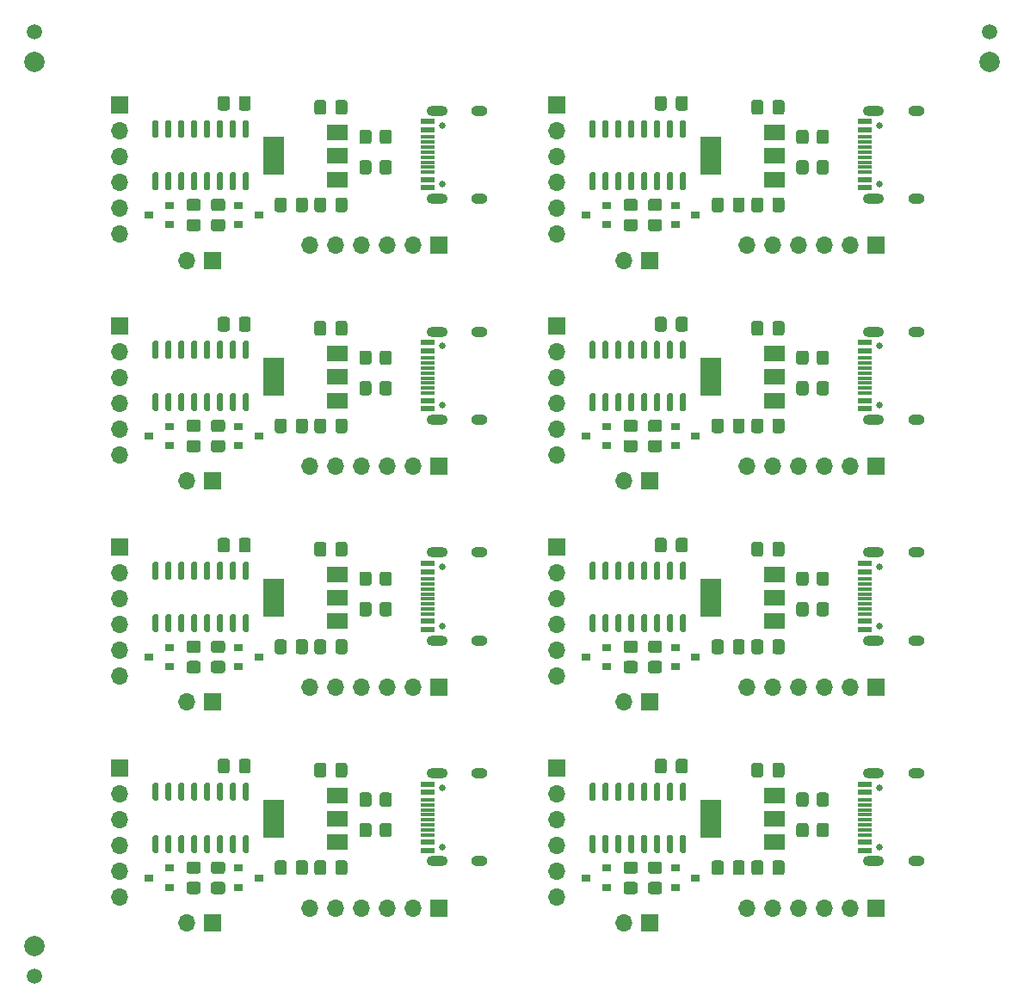
<source format=gbr>
G04 #@! TF.GenerationSoftware,KiCad,Pcbnew,5.1.7-a382d34a8~88~ubuntu20.04.1*
G04 #@! TF.CreationDate,2020-12-13T09:41:47+11:00*
G04 #@! TF.ProjectId,esp32-prog-panel,65737033-322d-4707-926f-672d70616e65,rev?*
G04 #@! TF.SameCoordinates,Original*
G04 #@! TF.FileFunction,Soldermask,Top*
G04 #@! TF.FilePolarity,Negative*
%FSLAX46Y46*%
G04 Gerber Fmt 4.6, Leading zero omitted, Abs format (unit mm)*
G04 Created by KiCad (PCBNEW 5.1.7-a382d34a8~88~ubuntu20.04.1) date 2020-12-13 09:41:47*
%MOMM*%
%LPD*%
G01*
G04 APERTURE LIST*
%ADD10C,1.500000*%
%ADD11C,2.000000*%
%ADD12O,1.600000X1.000000*%
%ADD13C,0.650000*%
%ADD14O,2.100000X1.000000*%
%ADD15R,1.450000X0.300000*%
%ADD16R,1.450000X0.600000*%
%ADD17R,1.700000X1.700000*%
%ADD18O,1.700000X1.700000*%
%ADD19R,2.000000X3.800000*%
%ADD20R,2.000000X1.500000*%
%ADD21R,0.900000X0.800000*%
G04 APERTURE END LIST*
D10*
X46000012Y-140000024D03*
X140000012Y-47000024D03*
X46000012Y-47000024D03*
D11*
X46000012Y-137000024D03*
X140000012Y-50000024D03*
X46000012Y-50000024D03*
G36*
G01*
X110275013Y-118825037D02*
X110275013Y-119775037D01*
G75*
G02*
X110025013Y-120025037I-250000J0D01*
G01*
X109350013Y-120025037D01*
G75*
G02*
X109100013Y-119775037I0J250000D01*
G01*
X109100013Y-118825037D01*
G75*
G02*
X109350013Y-118575037I250000J0D01*
G01*
X110025013Y-118575037D01*
G75*
G02*
X110275013Y-118825037I0J-250000D01*
G01*
G37*
G36*
G01*
X108200013Y-118825037D02*
X108200013Y-119775037D01*
G75*
G02*
X107950013Y-120025037I-250000J0D01*
G01*
X107275013Y-120025037D01*
G75*
G02*
X107025013Y-119775037I0J250000D01*
G01*
X107025013Y-118825037D01*
G75*
G02*
X107275013Y-118575037I250000J0D01*
G01*
X107950013Y-118575037D01*
G75*
G02*
X108200013Y-118825037I0J-250000D01*
G01*
G37*
G36*
G01*
X112625013Y-129775037D02*
X112625013Y-128825037D01*
G75*
G02*
X112875013Y-128575037I250000J0D01*
G01*
X113550013Y-128575037D01*
G75*
G02*
X113800013Y-128825037I0J-250000D01*
G01*
X113800013Y-129775037D01*
G75*
G02*
X113550013Y-130025037I-250000J0D01*
G01*
X112875013Y-130025037D01*
G75*
G02*
X112625013Y-129775037I0J250000D01*
G01*
G37*
G36*
G01*
X114700013Y-129775037D02*
X114700013Y-128825037D01*
G75*
G02*
X114950013Y-128575037I250000J0D01*
G01*
X115625013Y-128575037D01*
G75*
G02*
X115875013Y-128825037I0J-250000D01*
G01*
X115875013Y-129775037D01*
G75*
G02*
X115625013Y-130025037I-250000J0D01*
G01*
X114950013Y-130025037D01*
G75*
G02*
X114700013Y-129775037I0J250000D01*
G01*
G37*
G36*
G01*
X116525013Y-120175037D02*
X116525013Y-119225037D01*
G75*
G02*
X116775013Y-118975037I250000J0D01*
G01*
X117450013Y-118975037D01*
G75*
G02*
X117700013Y-119225037I0J-250000D01*
G01*
X117700013Y-120175037D01*
G75*
G02*
X117450013Y-120425037I-250000J0D01*
G01*
X116775013Y-120425037D01*
G75*
G02*
X116525013Y-120175037I0J250000D01*
G01*
G37*
G36*
G01*
X118600013Y-120175037D02*
X118600013Y-119225037D01*
G75*
G02*
X118850013Y-118975037I250000J0D01*
G01*
X119525013Y-118975037D01*
G75*
G02*
X119775013Y-119225037I0J-250000D01*
G01*
X119775013Y-120175037D01*
G75*
G02*
X119525013Y-120425037I-250000J0D01*
G01*
X118850013Y-120425037D01*
G75*
G02*
X118600013Y-120175037I0J250000D01*
G01*
G37*
G36*
G01*
X116525013Y-129775037D02*
X116525013Y-128825037D01*
G75*
G02*
X116775013Y-128575037I250000J0D01*
G01*
X117450013Y-128575037D01*
G75*
G02*
X117700013Y-128825037I0J-250000D01*
G01*
X117700013Y-129775037D01*
G75*
G02*
X117450013Y-130025037I-250000J0D01*
G01*
X116775013Y-130025037D01*
G75*
G02*
X116525013Y-129775037I0J250000D01*
G01*
G37*
G36*
G01*
X118600013Y-129775037D02*
X118600013Y-128825037D01*
G75*
G02*
X118850013Y-128575037I250000J0D01*
G01*
X119525013Y-128575037D01*
G75*
G02*
X119775013Y-128825037I0J-250000D01*
G01*
X119775013Y-129775037D01*
G75*
G02*
X119525013Y-130025037I-250000J0D01*
G01*
X118850013Y-130025037D01*
G75*
G02*
X118600013Y-129775037I0J250000D01*
G01*
G37*
D12*
X132750013Y-120030037D03*
D13*
X129100013Y-121460037D03*
D12*
X132750013Y-128670037D03*
D13*
X129100013Y-127240037D03*
D14*
X128570013Y-128670037D03*
X128570013Y-120030037D03*
D15*
X127655013Y-124600037D03*
X127655013Y-122600037D03*
X127655013Y-123100037D03*
X127655013Y-123600037D03*
X127655013Y-124100037D03*
X127655013Y-125100037D03*
X127655013Y-125600037D03*
X127655013Y-126100037D03*
D16*
X127655013Y-121100037D03*
X127655013Y-121900037D03*
X127655013Y-126800037D03*
X127655013Y-127600037D03*
X127655013Y-127600037D03*
X127655013Y-126800037D03*
X127655013Y-121900037D03*
X127655013Y-121100037D03*
D17*
X97350013Y-119500037D03*
D18*
X97350013Y-122040037D03*
X97350013Y-124580037D03*
X97350013Y-127120037D03*
X97350013Y-129660037D03*
X97350013Y-132200037D03*
D17*
X128750013Y-133300037D03*
D18*
X126210013Y-133300037D03*
X123670013Y-133300037D03*
X121130013Y-133300037D03*
X118590013Y-133300037D03*
X116050013Y-133300037D03*
G36*
G01*
X105100014Y-131900037D02*
X104200012Y-131900037D01*
G75*
G02*
X103950013Y-131650038I0J249999D01*
G01*
X103950013Y-130950036D01*
G75*
G02*
X104200012Y-130700037I249999J0D01*
G01*
X105100014Y-130700037D01*
G75*
G02*
X105350013Y-130950036I0J-249999D01*
G01*
X105350013Y-131650038D01*
G75*
G02*
X105100014Y-131900037I-249999J0D01*
G01*
G37*
G36*
G01*
X105100014Y-129900037D02*
X104200012Y-129900037D01*
G75*
G02*
X103950013Y-129650038I0J249999D01*
G01*
X103950013Y-128950036D01*
G75*
G02*
X104200012Y-128700037I249999J0D01*
G01*
X105100014Y-128700037D01*
G75*
G02*
X105350013Y-128950036I0J-249999D01*
G01*
X105350013Y-129650038D01*
G75*
G02*
X105100014Y-129900037I-249999J0D01*
G01*
G37*
G36*
G01*
X106600012Y-128700037D02*
X107500014Y-128700037D01*
G75*
G02*
X107750013Y-128950036I0J-249999D01*
G01*
X107750013Y-129650038D01*
G75*
G02*
X107500014Y-129900037I-249999J0D01*
G01*
X106600012Y-129900037D01*
G75*
G02*
X106350013Y-129650038I0J249999D01*
G01*
X106350013Y-128950036D01*
G75*
G02*
X106600012Y-128700037I249999J0D01*
G01*
G37*
G36*
G01*
X106600012Y-130700037D02*
X107500014Y-130700037D01*
G75*
G02*
X107750013Y-130950036I0J-249999D01*
G01*
X107750013Y-131650038D01*
G75*
G02*
X107500014Y-131900037I-249999J0D01*
G01*
X106600012Y-131900037D01*
G75*
G02*
X106350013Y-131650038I0J249999D01*
G01*
X106350013Y-130950036D01*
G75*
G02*
X106600012Y-130700037I249999J0D01*
G01*
G37*
G36*
G01*
X124150013Y-122150036D02*
X124150013Y-123050038D01*
G75*
G02*
X123900014Y-123300037I-249999J0D01*
G01*
X123200012Y-123300037D01*
G75*
G02*
X122950013Y-123050038I0J249999D01*
G01*
X122950013Y-122150036D01*
G75*
G02*
X123200012Y-121900037I249999J0D01*
G01*
X123900014Y-121900037D01*
G75*
G02*
X124150013Y-122150036I0J-249999D01*
G01*
G37*
G36*
G01*
X122150013Y-122150036D02*
X122150013Y-123050038D01*
G75*
G02*
X121900014Y-123300037I-249999J0D01*
G01*
X121200012Y-123300037D01*
G75*
G02*
X120950013Y-123050038I0J249999D01*
G01*
X120950013Y-122150036D01*
G75*
G02*
X121200012Y-121900037I249999J0D01*
G01*
X121900014Y-121900037D01*
G75*
G02*
X122150013Y-122150036I0J-249999D01*
G01*
G37*
G36*
G01*
X124150013Y-125150036D02*
X124150013Y-126050038D01*
G75*
G02*
X123900014Y-126300037I-249999J0D01*
G01*
X123200012Y-126300037D01*
G75*
G02*
X122950013Y-126050038I0J249999D01*
G01*
X122950013Y-125150036D01*
G75*
G02*
X123200012Y-124900037I249999J0D01*
G01*
X123900014Y-124900037D01*
G75*
G02*
X124150013Y-125150036I0J-249999D01*
G01*
G37*
G36*
G01*
X122150013Y-125150036D02*
X122150013Y-126050038D01*
G75*
G02*
X121900014Y-126300037I-249999J0D01*
G01*
X121200012Y-126300037D01*
G75*
G02*
X120950013Y-126050038I0J249999D01*
G01*
X120950013Y-125150036D01*
G75*
G02*
X121200012Y-124900037I249999J0D01*
G01*
X121900014Y-124900037D01*
G75*
G02*
X122150013Y-125150036I0J-249999D01*
G01*
G37*
D19*
X112500013Y-124500037D03*
D20*
X118800013Y-124500037D03*
X118800013Y-122200037D03*
X118800013Y-126800037D03*
D21*
X109050013Y-129350037D03*
X109050013Y-131250037D03*
X111050013Y-130300037D03*
X102250013Y-131250037D03*
X102250013Y-129350037D03*
X100250013Y-130300037D03*
G36*
G01*
X109645013Y-120950037D02*
X109945013Y-120950037D01*
G75*
G02*
X110095013Y-121100037I0J-150000D01*
G01*
X110095013Y-122550037D01*
G75*
G02*
X109945013Y-122700037I-150000J0D01*
G01*
X109645013Y-122700037D01*
G75*
G02*
X109495013Y-122550037I0J150000D01*
G01*
X109495013Y-121100037D01*
G75*
G02*
X109645013Y-120950037I150000J0D01*
G01*
G37*
G36*
G01*
X108375013Y-120950037D02*
X108675013Y-120950037D01*
G75*
G02*
X108825013Y-121100037I0J-150000D01*
G01*
X108825013Y-122550037D01*
G75*
G02*
X108675013Y-122700037I-150000J0D01*
G01*
X108375013Y-122700037D01*
G75*
G02*
X108225013Y-122550037I0J150000D01*
G01*
X108225013Y-121100037D01*
G75*
G02*
X108375013Y-120950037I150000J0D01*
G01*
G37*
G36*
G01*
X107105013Y-120950037D02*
X107405013Y-120950037D01*
G75*
G02*
X107555013Y-121100037I0J-150000D01*
G01*
X107555013Y-122550037D01*
G75*
G02*
X107405013Y-122700037I-150000J0D01*
G01*
X107105013Y-122700037D01*
G75*
G02*
X106955013Y-122550037I0J150000D01*
G01*
X106955013Y-121100037D01*
G75*
G02*
X107105013Y-120950037I150000J0D01*
G01*
G37*
G36*
G01*
X105835013Y-120950037D02*
X106135013Y-120950037D01*
G75*
G02*
X106285013Y-121100037I0J-150000D01*
G01*
X106285013Y-122550037D01*
G75*
G02*
X106135013Y-122700037I-150000J0D01*
G01*
X105835013Y-122700037D01*
G75*
G02*
X105685013Y-122550037I0J150000D01*
G01*
X105685013Y-121100037D01*
G75*
G02*
X105835013Y-120950037I150000J0D01*
G01*
G37*
G36*
G01*
X104565013Y-120950037D02*
X104865013Y-120950037D01*
G75*
G02*
X105015013Y-121100037I0J-150000D01*
G01*
X105015013Y-122550037D01*
G75*
G02*
X104865013Y-122700037I-150000J0D01*
G01*
X104565013Y-122700037D01*
G75*
G02*
X104415013Y-122550037I0J150000D01*
G01*
X104415013Y-121100037D01*
G75*
G02*
X104565013Y-120950037I150000J0D01*
G01*
G37*
G36*
G01*
X103295013Y-120950037D02*
X103595013Y-120950037D01*
G75*
G02*
X103745013Y-121100037I0J-150000D01*
G01*
X103745013Y-122550037D01*
G75*
G02*
X103595013Y-122700037I-150000J0D01*
G01*
X103295013Y-122700037D01*
G75*
G02*
X103145013Y-122550037I0J150000D01*
G01*
X103145013Y-121100037D01*
G75*
G02*
X103295013Y-120950037I150000J0D01*
G01*
G37*
G36*
G01*
X102025013Y-120950037D02*
X102325013Y-120950037D01*
G75*
G02*
X102475013Y-121100037I0J-150000D01*
G01*
X102475013Y-122550037D01*
G75*
G02*
X102325013Y-122700037I-150000J0D01*
G01*
X102025013Y-122700037D01*
G75*
G02*
X101875013Y-122550037I0J150000D01*
G01*
X101875013Y-121100037D01*
G75*
G02*
X102025013Y-120950037I150000J0D01*
G01*
G37*
G36*
G01*
X100755013Y-120950037D02*
X101055013Y-120950037D01*
G75*
G02*
X101205013Y-121100037I0J-150000D01*
G01*
X101205013Y-122550037D01*
G75*
G02*
X101055013Y-122700037I-150000J0D01*
G01*
X100755013Y-122700037D01*
G75*
G02*
X100605013Y-122550037I0J150000D01*
G01*
X100605013Y-121100037D01*
G75*
G02*
X100755013Y-120950037I150000J0D01*
G01*
G37*
G36*
G01*
X100755013Y-126100037D02*
X101055013Y-126100037D01*
G75*
G02*
X101205013Y-126250037I0J-150000D01*
G01*
X101205013Y-127700037D01*
G75*
G02*
X101055013Y-127850037I-150000J0D01*
G01*
X100755013Y-127850037D01*
G75*
G02*
X100605013Y-127700037I0J150000D01*
G01*
X100605013Y-126250037D01*
G75*
G02*
X100755013Y-126100037I150000J0D01*
G01*
G37*
G36*
G01*
X102025013Y-126100037D02*
X102325013Y-126100037D01*
G75*
G02*
X102475013Y-126250037I0J-150000D01*
G01*
X102475013Y-127700037D01*
G75*
G02*
X102325013Y-127850037I-150000J0D01*
G01*
X102025013Y-127850037D01*
G75*
G02*
X101875013Y-127700037I0J150000D01*
G01*
X101875013Y-126250037D01*
G75*
G02*
X102025013Y-126100037I150000J0D01*
G01*
G37*
G36*
G01*
X103295013Y-126100037D02*
X103595013Y-126100037D01*
G75*
G02*
X103745013Y-126250037I0J-150000D01*
G01*
X103745013Y-127700037D01*
G75*
G02*
X103595013Y-127850037I-150000J0D01*
G01*
X103295013Y-127850037D01*
G75*
G02*
X103145013Y-127700037I0J150000D01*
G01*
X103145013Y-126250037D01*
G75*
G02*
X103295013Y-126100037I150000J0D01*
G01*
G37*
G36*
G01*
X104565013Y-126100037D02*
X104865013Y-126100037D01*
G75*
G02*
X105015013Y-126250037I0J-150000D01*
G01*
X105015013Y-127700037D01*
G75*
G02*
X104865013Y-127850037I-150000J0D01*
G01*
X104565013Y-127850037D01*
G75*
G02*
X104415013Y-127700037I0J150000D01*
G01*
X104415013Y-126250037D01*
G75*
G02*
X104565013Y-126100037I150000J0D01*
G01*
G37*
G36*
G01*
X105835013Y-126100037D02*
X106135013Y-126100037D01*
G75*
G02*
X106285013Y-126250037I0J-150000D01*
G01*
X106285013Y-127700037D01*
G75*
G02*
X106135013Y-127850037I-150000J0D01*
G01*
X105835013Y-127850037D01*
G75*
G02*
X105685013Y-127700037I0J150000D01*
G01*
X105685013Y-126250037D01*
G75*
G02*
X105835013Y-126100037I150000J0D01*
G01*
G37*
G36*
G01*
X107105013Y-126100037D02*
X107405013Y-126100037D01*
G75*
G02*
X107555013Y-126250037I0J-150000D01*
G01*
X107555013Y-127700037D01*
G75*
G02*
X107405013Y-127850037I-150000J0D01*
G01*
X107105013Y-127850037D01*
G75*
G02*
X106955013Y-127700037I0J150000D01*
G01*
X106955013Y-126250037D01*
G75*
G02*
X107105013Y-126100037I150000J0D01*
G01*
G37*
G36*
G01*
X108375013Y-126100037D02*
X108675013Y-126100037D01*
G75*
G02*
X108825013Y-126250037I0J-150000D01*
G01*
X108825013Y-127700037D01*
G75*
G02*
X108675013Y-127850037I-150000J0D01*
G01*
X108375013Y-127850037D01*
G75*
G02*
X108225013Y-127700037I0J150000D01*
G01*
X108225013Y-126250037D01*
G75*
G02*
X108375013Y-126100037I150000J0D01*
G01*
G37*
G36*
G01*
X109645013Y-126100037D02*
X109945013Y-126100037D01*
G75*
G02*
X110095013Y-126250037I0J-150000D01*
G01*
X110095013Y-127700037D01*
G75*
G02*
X109945013Y-127850037I-150000J0D01*
G01*
X109645013Y-127850037D01*
G75*
G02*
X109495013Y-127700037I0J150000D01*
G01*
X109495013Y-126250037D01*
G75*
G02*
X109645013Y-126100037I150000J0D01*
G01*
G37*
D18*
X103960013Y-134750037D03*
D17*
X106500013Y-134750037D03*
G36*
G01*
X67275001Y-118825037D02*
X67275001Y-119775037D01*
G75*
G02*
X67025001Y-120025037I-250000J0D01*
G01*
X66350001Y-120025037D01*
G75*
G02*
X66100001Y-119775037I0J250000D01*
G01*
X66100001Y-118825037D01*
G75*
G02*
X66350001Y-118575037I250000J0D01*
G01*
X67025001Y-118575037D01*
G75*
G02*
X67275001Y-118825037I0J-250000D01*
G01*
G37*
G36*
G01*
X65200001Y-118825037D02*
X65200001Y-119775037D01*
G75*
G02*
X64950001Y-120025037I-250000J0D01*
G01*
X64275001Y-120025037D01*
G75*
G02*
X64025001Y-119775037I0J250000D01*
G01*
X64025001Y-118825037D01*
G75*
G02*
X64275001Y-118575037I250000J0D01*
G01*
X64950001Y-118575037D01*
G75*
G02*
X65200001Y-118825037I0J-250000D01*
G01*
G37*
G36*
G01*
X69625001Y-129775037D02*
X69625001Y-128825037D01*
G75*
G02*
X69875001Y-128575037I250000J0D01*
G01*
X70550001Y-128575037D01*
G75*
G02*
X70800001Y-128825037I0J-250000D01*
G01*
X70800001Y-129775037D01*
G75*
G02*
X70550001Y-130025037I-250000J0D01*
G01*
X69875001Y-130025037D01*
G75*
G02*
X69625001Y-129775037I0J250000D01*
G01*
G37*
G36*
G01*
X71700001Y-129775037D02*
X71700001Y-128825037D01*
G75*
G02*
X71950001Y-128575037I250000J0D01*
G01*
X72625001Y-128575037D01*
G75*
G02*
X72875001Y-128825037I0J-250000D01*
G01*
X72875001Y-129775037D01*
G75*
G02*
X72625001Y-130025037I-250000J0D01*
G01*
X71950001Y-130025037D01*
G75*
G02*
X71700001Y-129775037I0J250000D01*
G01*
G37*
G36*
G01*
X73525001Y-120175037D02*
X73525001Y-119225037D01*
G75*
G02*
X73775001Y-118975037I250000J0D01*
G01*
X74450001Y-118975037D01*
G75*
G02*
X74700001Y-119225037I0J-250000D01*
G01*
X74700001Y-120175037D01*
G75*
G02*
X74450001Y-120425037I-250000J0D01*
G01*
X73775001Y-120425037D01*
G75*
G02*
X73525001Y-120175037I0J250000D01*
G01*
G37*
G36*
G01*
X75600001Y-120175037D02*
X75600001Y-119225037D01*
G75*
G02*
X75850001Y-118975037I250000J0D01*
G01*
X76525001Y-118975037D01*
G75*
G02*
X76775001Y-119225037I0J-250000D01*
G01*
X76775001Y-120175037D01*
G75*
G02*
X76525001Y-120425037I-250000J0D01*
G01*
X75850001Y-120425037D01*
G75*
G02*
X75600001Y-120175037I0J250000D01*
G01*
G37*
G36*
G01*
X73525001Y-129775037D02*
X73525001Y-128825037D01*
G75*
G02*
X73775001Y-128575037I250000J0D01*
G01*
X74450001Y-128575037D01*
G75*
G02*
X74700001Y-128825037I0J-250000D01*
G01*
X74700001Y-129775037D01*
G75*
G02*
X74450001Y-130025037I-250000J0D01*
G01*
X73775001Y-130025037D01*
G75*
G02*
X73525001Y-129775037I0J250000D01*
G01*
G37*
G36*
G01*
X75600001Y-129775037D02*
X75600001Y-128825037D01*
G75*
G02*
X75850001Y-128575037I250000J0D01*
G01*
X76525001Y-128575037D01*
G75*
G02*
X76775001Y-128825037I0J-250000D01*
G01*
X76775001Y-129775037D01*
G75*
G02*
X76525001Y-130025037I-250000J0D01*
G01*
X75850001Y-130025037D01*
G75*
G02*
X75600001Y-129775037I0J250000D01*
G01*
G37*
D12*
X89750001Y-120030037D03*
D13*
X86100001Y-121460037D03*
D12*
X89750001Y-128670037D03*
D13*
X86100001Y-127240037D03*
D14*
X85570001Y-128670037D03*
X85570001Y-120030037D03*
D15*
X84655001Y-124600037D03*
X84655001Y-122600037D03*
X84655001Y-123100037D03*
X84655001Y-123600037D03*
X84655001Y-124100037D03*
X84655001Y-125100037D03*
X84655001Y-125600037D03*
X84655001Y-126100037D03*
D16*
X84655001Y-121100037D03*
X84655001Y-121900037D03*
X84655001Y-126800037D03*
X84655001Y-127600037D03*
X84655001Y-127600037D03*
X84655001Y-126800037D03*
X84655001Y-121900037D03*
X84655001Y-121100037D03*
D17*
X54350001Y-119500037D03*
D18*
X54350001Y-122040037D03*
X54350001Y-124580037D03*
X54350001Y-127120037D03*
X54350001Y-129660037D03*
X54350001Y-132200037D03*
D17*
X85750001Y-133300037D03*
D18*
X83210001Y-133300037D03*
X80670001Y-133300037D03*
X78130001Y-133300037D03*
X75590001Y-133300037D03*
X73050001Y-133300037D03*
G36*
G01*
X62100002Y-131900037D02*
X61200000Y-131900037D01*
G75*
G02*
X60950001Y-131650038I0J249999D01*
G01*
X60950001Y-130950036D01*
G75*
G02*
X61200000Y-130700037I249999J0D01*
G01*
X62100002Y-130700037D01*
G75*
G02*
X62350001Y-130950036I0J-249999D01*
G01*
X62350001Y-131650038D01*
G75*
G02*
X62100002Y-131900037I-249999J0D01*
G01*
G37*
G36*
G01*
X62100002Y-129900037D02*
X61200000Y-129900037D01*
G75*
G02*
X60950001Y-129650038I0J249999D01*
G01*
X60950001Y-128950036D01*
G75*
G02*
X61200000Y-128700037I249999J0D01*
G01*
X62100002Y-128700037D01*
G75*
G02*
X62350001Y-128950036I0J-249999D01*
G01*
X62350001Y-129650038D01*
G75*
G02*
X62100002Y-129900037I-249999J0D01*
G01*
G37*
G36*
G01*
X63600000Y-128700037D02*
X64500002Y-128700037D01*
G75*
G02*
X64750001Y-128950036I0J-249999D01*
G01*
X64750001Y-129650038D01*
G75*
G02*
X64500002Y-129900037I-249999J0D01*
G01*
X63600000Y-129900037D01*
G75*
G02*
X63350001Y-129650038I0J249999D01*
G01*
X63350001Y-128950036D01*
G75*
G02*
X63600000Y-128700037I249999J0D01*
G01*
G37*
G36*
G01*
X63600000Y-130700037D02*
X64500002Y-130700037D01*
G75*
G02*
X64750001Y-130950036I0J-249999D01*
G01*
X64750001Y-131650038D01*
G75*
G02*
X64500002Y-131900037I-249999J0D01*
G01*
X63600000Y-131900037D01*
G75*
G02*
X63350001Y-131650038I0J249999D01*
G01*
X63350001Y-130950036D01*
G75*
G02*
X63600000Y-130700037I249999J0D01*
G01*
G37*
G36*
G01*
X81150001Y-122150036D02*
X81150001Y-123050038D01*
G75*
G02*
X80900002Y-123300037I-249999J0D01*
G01*
X80200000Y-123300037D01*
G75*
G02*
X79950001Y-123050038I0J249999D01*
G01*
X79950001Y-122150036D01*
G75*
G02*
X80200000Y-121900037I249999J0D01*
G01*
X80900002Y-121900037D01*
G75*
G02*
X81150001Y-122150036I0J-249999D01*
G01*
G37*
G36*
G01*
X79150001Y-122150036D02*
X79150001Y-123050038D01*
G75*
G02*
X78900002Y-123300037I-249999J0D01*
G01*
X78200000Y-123300037D01*
G75*
G02*
X77950001Y-123050038I0J249999D01*
G01*
X77950001Y-122150036D01*
G75*
G02*
X78200000Y-121900037I249999J0D01*
G01*
X78900002Y-121900037D01*
G75*
G02*
X79150001Y-122150036I0J-249999D01*
G01*
G37*
G36*
G01*
X81150001Y-125150036D02*
X81150001Y-126050038D01*
G75*
G02*
X80900002Y-126300037I-249999J0D01*
G01*
X80200000Y-126300037D01*
G75*
G02*
X79950001Y-126050038I0J249999D01*
G01*
X79950001Y-125150036D01*
G75*
G02*
X80200000Y-124900037I249999J0D01*
G01*
X80900002Y-124900037D01*
G75*
G02*
X81150001Y-125150036I0J-249999D01*
G01*
G37*
G36*
G01*
X79150001Y-125150036D02*
X79150001Y-126050038D01*
G75*
G02*
X78900002Y-126300037I-249999J0D01*
G01*
X78200000Y-126300037D01*
G75*
G02*
X77950001Y-126050038I0J249999D01*
G01*
X77950001Y-125150036D01*
G75*
G02*
X78200000Y-124900037I249999J0D01*
G01*
X78900002Y-124900037D01*
G75*
G02*
X79150001Y-125150036I0J-249999D01*
G01*
G37*
D19*
X69500001Y-124500037D03*
D20*
X75800001Y-124500037D03*
X75800001Y-122200037D03*
X75800001Y-126800037D03*
D21*
X66050001Y-129350037D03*
X66050001Y-131250037D03*
X68050001Y-130300037D03*
X59250001Y-131250037D03*
X59250001Y-129350037D03*
X57250001Y-130300037D03*
G36*
G01*
X66645001Y-120950037D02*
X66945001Y-120950037D01*
G75*
G02*
X67095001Y-121100037I0J-150000D01*
G01*
X67095001Y-122550037D01*
G75*
G02*
X66945001Y-122700037I-150000J0D01*
G01*
X66645001Y-122700037D01*
G75*
G02*
X66495001Y-122550037I0J150000D01*
G01*
X66495001Y-121100037D01*
G75*
G02*
X66645001Y-120950037I150000J0D01*
G01*
G37*
G36*
G01*
X65375001Y-120950037D02*
X65675001Y-120950037D01*
G75*
G02*
X65825001Y-121100037I0J-150000D01*
G01*
X65825001Y-122550037D01*
G75*
G02*
X65675001Y-122700037I-150000J0D01*
G01*
X65375001Y-122700037D01*
G75*
G02*
X65225001Y-122550037I0J150000D01*
G01*
X65225001Y-121100037D01*
G75*
G02*
X65375001Y-120950037I150000J0D01*
G01*
G37*
G36*
G01*
X64105001Y-120950037D02*
X64405001Y-120950037D01*
G75*
G02*
X64555001Y-121100037I0J-150000D01*
G01*
X64555001Y-122550037D01*
G75*
G02*
X64405001Y-122700037I-150000J0D01*
G01*
X64105001Y-122700037D01*
G75*
G02*
X63955001Y-122550037I0J150000D01*
G01*
X63955001Y-121100037D01*
G75*
G02*
X64105001Y-120950037I150000J0D01*
G01*
G37*
G36*
G01*
X62835001Y-120950037D02*
X63135001Y-120950037D01*
G75*
G02*
X63285001Y-121100037I0J-150000D01*
G01*
X63285001Y-122550037D01*
G75*
G02*
X63135001Y-122700037I-150000J0D01*
G01*
X62835001Y-122700037D01*
G75*
G02*
X62685001Y-122550037I0J150000D01*
G01*
X62685001Y-121100037D01*
G75*
G02*
X62835001Y-120950037I150000J0D01*
G01*
G37*
G36*
G01*
X61565001Y-120950037D02*
X61865001Y-120950037D01*
G75*
G02*
X62015001Y-121100037I0J-150000D01*
G01*
X62015001Y-122550037D01*
G75*
G02*
X61865001Y-122700037I-150000J0D01*
G01*
X61565001Y-122700037D01*
G75*
G02*
X61415001Y-122550037I0J150000D01*
G01*
X61415001Y-121100037D01*
G75*
G02*
X61565001Y-120950037I150000J0D01*
G01*
G37*
G36*
G01*
X60295001Y-120950037D02*
X60595001Y-120950037D01*
G75*
G02*
X60745001Y-121100037I0J-150000D01*
G01*
X60745001Y-122550037D01*
G75*
G02*
X60595001Y-122700037I-150000J0D01*
G01*
X60295001Y-122700037D01*
G75*
G02*
X60145001Y-122550037I0J150000D01*
G01*
X60145001Y-121100037D01*
G75*
G02*
X60295001Y-120950037I150000J0D01*
G01*
G37*
G36*
G01*
X59025001Y-120950037D02*
X59325001Y-120950037D01*
G75*
G02*
X59475001Y-121100037I0J-150000D01*
G01*
X59475001Y-122550037D01*
G75*
G02*
X59325001Y-122700037I-150000J0D01*
G01*
X59025001Y-122700037D01*
G75*
G02*
X58875001Y-122550037I0J150000D01*
G01*
X58875001Y-121100037D01*
G75*
G02*
X59025001Y-120950037I150000J0D01*
G01*
G37*
G36*
G01*
X57755001Y-120950037D02*
X58055001Y-120950037D01*
G75*
G02*
X58205001Y-121100037I0J-150000D01*
G01*
X58205001Y-122550037D01*
G75*
G02*
X58055001Y-122700037I-150000J0D01*
G01*
X57755001Y-122700037D01*
G75*
G02*
X57605001Y-122550037I0J150000D01*
G01*
X57605001Y-121100037D01*
G75*
G02*
X57755001Y-120950037I150000J0D01*
G01*
G37*
G36*
G01*
X57755001Y-126100037D02*
X58055001Y-126100037D01*
G75*
G02*
X58205001Y-126250037I0J-150000D01*
G01*
X58205001Y-127700037D01*
G75*
G02*
X58055001Y-127850037I-150000J0D01*
G01*
X57755001Y-127850037D01*
G75*
G02*
X57605001Y-127700037I0J150000D01*
G01*
X57605001Y-126250037D01*
G75*
G02*
X57755001Y-126100037I150000J0D01*
G01*
G37*
G36*
G01*
X59025001Y-126100037D02*
X59325001Y-126100037D01*
G75*
G02*
X59475001Y-126250037I0J-150000D01*
G01*
X59475001Y-127700037D01*
G75*
G02*
X59325001Y-127850037I-150000J0D01*
G01*
X59025001Y-127850037D01*
G75*
G02*
X58875001Y-127700037I0J150000D01*
G01*
X58875001Y-126250037D01*
G75*
G02*
X59025001Y-126100037I150000J0D01*
G01*
G37*
G36*
G01*
X60295001Y-126100037D02*
X60595001Y-126100037D01*
G75*
G02*
X60745001Y-126250037I0J-150000D01*
G01*
X60745001Y-127700037D01*
G75*
G02*
X60595001Y-127850037I-150000J0D01*
G01*
X60295001Y-127850037D01*
G75*
G02*
X60145001Y-127700037I0J150000D01*
G01*
X60145001Y-126250037D01*
G75*
G02*
X60295001Y-126100037I150000J0D01*
G01*
G37*
G36*
G01*
X61565001Y-126100037D02*
X61865001Y-126100037D01*
G75*
G02*
X62015001Y-126250037I0J-150000D01*
G01*
X62015001Y-127700037D01*
G75*
G02*
X61865001Y-127850037I-150000J0D01*
G01*
X61565001Y-127850037D01*
G75*
G02*
X61415001Y-127700037I0J150000D01*
G01*
X61415001Y-126250037D01*
G75*
G02*
X61565001Y-126100037I150000J0D01*
G01*
G37*
G36*
G01*
X62835001Y-126100037D02*
X63135001Y-126100037D01*
G75*
G02*
X63285001Y-126250037I0J-150000D01*
G01*
X63285001Y-127700037D01*
G75*
G02*
X63135001Y-127850037I-150000J0D01*
G01*
X62835001Y-127850037D01*
G75*
G02*
X62685001Y-127700037I0J150000D01*
G01*
X62685001Y-126250037D01*
G75*
G02*
X62835001Y-126100037I150000J0D01*
G01*
G37*
G36*
G01*
X64105001Y-126100037D02*
X64405001Y-126100037D01*
G75*
G02*
X64555001Y-126250037I0J-150000D01*
G01*
X64555001Y-127700037D01*
G75*
G02*
X64405001Y-127850037I-150000J0D01*
G01*
X64105001Y-127850037D01*
G75*
G02*
X63955001Y-127700037I0J150000D01*
G01*
X63955001Y-126250037D01*
G75*
G02*
X64105001Y-126100037I150000J0D01*
G01*
G37*
G36*
G01*
X65375001Y-126100037D02*
X65675001Y-126100037D01*
G75*
G02*
X65825001Y-126250037I0J-150000D01*
G01*
X65825001Y-127700037D01*
G75*
G02*
X65675001Y-127850037I-150000J0D01*
G01*
X65375001Y-127850037D01*
G75*
G02*
X65225001Y-127700037I0J150000D01*
G01*
X65225001Y-126250037D01*
G75*
G02*
X65375001Y-126100037I150000J0D01*
G01*
G37*
G36*
G01*
X66645001Y-126100037D02*
X66945001Y-126100037D01*
G75*
G02*
X67095001Y-126250037I0J-150000D01*
G01*
X67095001Y-127700037D01*
G75*
G02*
X66945001Y-127850037I-150000J0D01*
G01*
X66645001Y-127850037D01*
G75*
G02*
X66495001Y-127700037I0J150000D01*
G01*
X66495001Y-126250037D01*
G75*
G02*
X66645001Y-126100037I150000J0D01*
G01*
G37*
D18*
X60960001Y-134750037D03*
D17*
X63500001Y-134750037D03*
G36*
G01*
X110275013Y-97075025D02*
X110275013Y-98025025D01*
G75*
G02*
X110025013Y-98275025I-250000J0D01*
G01*
X109350013Y-98275025D01*
G75*
G02*
X109100013Y-98025025I0J250000D01*
G01*
X109100013Y-97075025D01*
G75*
G02*
X109350013Y-96825025I250000J0D01*
G01*
X110025013Y-96825025D01*
G75*
G02*
X110275013Y-97075025I0J-250000D01*
G01*
G37*
G36*
G01*
X108200013Y-97075025D02*
X108200013Y-98025025D01*
G75*
G02*
X107950013Y-98275025I-250000J0D01*
G01*
X107275013Y-98275025D01*
G75*
G02*
X107025013Y-98025025I0J250000D01*
G01*
X107025013Y-97075025D01*
G75*
G02*
X107275013Y-96825025I250000J0D01*
G01*
X107950013Y-96825025D01*
G75*
G02*
X108200013Y-97075025I0J-250000D01*
G01*
G37*
G36*
G01*
X112625013Y-108025025D02*
X112625013Y-107075025D01*
G75*
G02*
X112875013Y-106825025I250000J0D01*
G01*
X113550013Y-106825025D01*
G75*
G02*
X113800013Y-107075025I0J-250000D01*
G01*
X113800013Y-108025025D01*
G75*
G02*
X113550013Y-108275025I-250000J0D01*
G01*
X112875013Y-108275025D01*
G75*
G02*
X112625013Y-108025025I0J250000D01*
G01*
G37*
G36*
G01*
X114700013Y-108025025D02*
X114700013Y-107075025D01*
G75*
G02*
X114950013Y-106825025I250000J0D01*
G01*
X115625013Y-106825025D01*
G75*
G02*
X115875013Y-107075025I0J-250000D01*
G01*
X115875013Y-108025025D01*
G75*
G02*
X115625013Y-108275025I-250000J0D01*
G01*
X114950013Y-108275025D01*
G75*
G02*
X114700013Y-108025025I0J250000D01*
G01*
G37*
G36*
G01*
X116525013Y-98425025D02*
X116525013Y-97475025D01*
G75*
G02*
X116775013Y-97225025I250000J0D01*
G01*
X117450013Y-97225025D01*
G75*
G02*
X117700013Y-97475025I0J-250000D01*
G01*
X117700013Y-98425025D01*
G75*
G02*
X117450013Y-98675025I-250000J0D01*
G01*
X116775013Y-98675025D01*
G75*
G02*
X116525013Y-98425025I0J250000D01*
G01*
G37*
G36*
G01*
X118600013Y-98425025D02*
X118600013Y-97475025D01*
G75*
G02*
X118850013Y-97225025I250000J0D01*
G01*
X119525013Y-97225025D01*
G75*
G02*
X119775013Y-97475025I0J-250000D01*
G01*
X119775013Y-98425025D01*
G75*
G02*
X119525013Y-98675025I-250000J0D01*
G01*
X118850013Y-98675025D01*
G75*
G02*
X118600013Y-98425025I0J250000D01*
G01*
G37*
G36*
G01*
X116525013Y-108025025D02*
X116525013Y-107075025D01*
G75*
G02*
X116775013Y-106825025I250000J0D01*
G01*
X117450013Y-106825025D01*
G75*
G02*
X117700013Y-107075025I0J-250000D01*
G01*
X117700013Y-108025025D01*
G75*
G02*
X117450013Y-108275025I-250000J0D01*
G01*
X116775013Y-108275025D01*
G75*
G02*
X116525013Y-108025025I0J250000D01*
G01*
G37*
G36*
G01*
X118600013Y-108025025D02*
X118600013Y-107075025D01*
G75*
G02*
X118850013Y-106825025I250000J0D01*
G01*
X119525013Y-106825025D01*
G75*
G02*
X119775013Y-107075025I0J-250000D01*
G01*
X119775013Y-108025025D01*
G75*
G02*
X119525013Y-108275025I-250000J0D01*
G01*
X118850013Y-108275025D01*
G75*
G02*
X118600013Y-108025025I0J250000D01*
G01*
G37*
D12*
X132750013Y-98280025D03*
D13*
X129100013Y-99710025D03*
D12*
X132750013Y-106920025D03*
D13*
X129100013Y-105490025D03*
D14*
X128570013Y-106920025D03*
X128570013Y-98280025D03*
D15*
X127655013Y-102850025D03*
X127655013Y-100850025D03*
X127655013Y-101350025D03*
X127655013Y-101850025D03*
X127655013Y-102350025D03*
X127655013Y-103350025D03*
X127655013Y-103850025D03*
X127655013Y-104350025D03*
D16*
X127655013Y-99350025D03*
X127655013Y-100150025D03*
X127655013Y-105050025D03*
X127655013Y-105850025D03*
X127655013Y-105850025D03*
X127655013Y-105050025D03*
X127655013Y-100150025D03*
X127655013Y-99350025D03*
D17*
X97350013Y-97750025D03*
D18*
X97350013Y-100290025D03*
X97350013Y-102830025D03*
X97350013Y-105370025D03*
X97350013Y-107910025D03*
X97350013Y-110450025D03*
D17*
X128750013Y-111550025D03*
D18*
X126210013Y-111550025D03*
X123670013Y-111550025D03*
X121130013Y-111550025D03*
X118590013Y-111550025D03*
X116050013Y-111550025D03*
G36*
G01*
X105100014Y-110150025D02*
X104200012Y-110150025D01*
G75*
G02*
X103950013Y-109900026I0J249999D01*
G01*
X103950013Y-109200024D01*
G75*
G02*
X104200012Y-108950025I249999J0D01*
G01*
X105100014Y-108950025D01*
G75*
G02*
X105350013Y-109200024I0J-249999D01*
G01*
X105350013Y-109900026D01*
G75*
G02*
X105100014Y-110150025I-249999J0D01*
G01*
G37*
G36*
G01*
X105100014Y-108150025D02*
X104200012Y-108150025D01*
G75*
G02*
X103950013Y-107900026I0J249999D01*
G01*
X103950013Y-107200024D01*
G75*
G02*
X104200012Y-106950025I249999J0D01*
G01*
X105100014Y-106950025D01*
G75*
G02*
X105350013Y-107200024I0J-249999D01*
G01*
X105350013Y-107900026D01*
G75*
G02*
X105100014Y-108150025I-249999J0D01*
G01*
G37*
G36*
G01*
X106600012Y-106950025D02*
X107500014Y-106950025D01*
G75*
G02*
X107750013Y-107200024I0J-249999D01*
G01*
X107750013Y-107900026D01*
G75*
G02*
X107500014Y-108150025I-249999J0D01*
G01*
X106600012Y-108150025D01*
G75*
G02*
X106350013Y-107900026I0J249999D01*
G01*
X106350013Y-107200024D01*
G75*
G02*
X106600012Y-106950025I249999J0D01*
G01*
G37*
G36*
G01*
X106600012Y-108950025D02*
X107500014Y-108950025D01*
G75*
G02*
X107750013Y-109200024I0J-249999D01*
G01*
X107750013Y-109900026D01*
G75*
G02*
X107500014Y-110150025I-249999J0D01*
G01*
X106600012Y-110150025D01*
G75*
G02*
X106350013Y-109900026I0J249999D01*
G01*
X106350013Y-109200024D01*
G75*
G02*
X106600012Y-108950025I249999J0D01*
G01*
G37*
G36*
G01*
X124150013Y-100400024D02*
X124150013Y-101300026D01*
G75*
G02*
X123900014Y-101550025I-249999J0D01*
G01*
X123200012Y-101550025D01*
G75*
G02*
X122950013Y-101300026I0J249999D01*
G01*
X122950013Y-100400024D01*
G75*
G02*
X123200012Y-100150025I249999J0D01*
G01*
X123900014Y-100150025D01*
G75*
G02*
X124150013Y-100400024I0J-249999D01*
G01*
G37*
G36*
G01*
X122150013Y-100400024D02*
X122150013Y-101300026D01*
G75*
G02*
X121900014Y-101550025I-249999J0D01*
G01*
X121200012Y-101550025D01*
G75*
G02*
X120950013Y-101300026I0J249999D01*
G01*
X120950013Y-100400024D01*
G75*
G02*
X121200012Y-100150025I249999J0D01*
G01*
X121900014Y-100150025D01*
G75*
G02*
X122150013Y-100400024I0J-249999D01*
G01*
G37*
G36*
G01*
X124150013Y-103400024D02*
X124150013Y-104300026D01*
G75*
G02*
X123900014Y-104550025I-249999J0D01*
G01*
X123200012Y-104550025D01*
G75*
G02*
X122950013Y-104300026I0J249999D01*
G01*
X122950013Y-103400024D01*
G75*
G02*
X123200012Y-103150025I249999J0D01*
G01*
X123900014Y-103150025D01*
G75*
G02*
X124150013Y-103400024I0J-249999D01*
G01*
G37*
G36*
G01*
X122150013Y-103400024D02*
X122150013Y-104300026D01*
G75*
G02*
X121900014Y-104550025I-249999J0D01*
G01*
X121200012Y-104550025D01*
G75*
G02*
X120950013Y-104300026I0J249999D01*
G01*
X120950013Y-103400024D01*
G75*
G02*
X121200012Y-103150025I249999J0D01*
G01*
X121900014Y-103150025D01*
G75*
G02*
X122150013Y-103400024I0J-249999D01*
G01*
G37*
D19*
X112500013Y-102750025D03*
D20*
X118800013Y-102750025D03*
X118800013Y-100450025D03*
X118800013Y-105050025D03*
D21*
X109050013Y-107600025D03*
X109050013Y-109500025D03*
X111050013Y-108550025D03*
X102250013Y-109500025D03*
X102250013Y-107600025D03*
X100250013Y-108550025D03*
G36*
G01*
X109645013Y-99200025D02*
X109945013Y-99200025D01*
G75*
G02*
X110095013Y-99350025I0J-150000D01*
G01*
X110095013Y-100800025D01*
G75*
G02*
X109945013Y-100950025I-150000J0D01*
G01*
X109645013Y-100950025D01*
G75*
G02*
X109495013Y-100800025I0J150000D01*
G01*
X109495013Y-99350025D01*
G75*
G02*
X109645013Y-99200025I150000J0D01*
G01*
G37*
G36*
G01*
X108375013Y-99200025D02*
X108675013Y-99200025D01*
G75*
G02*
X108825013Y-99350025I0J-150000D01*
G01*
X108825013Y-100800025D01*
G75*
G02*
X108675013Y-100950025I-150000J0D01*
G01*
X108375013Y-100950025D01*
G75*
G02*
X108225013Y-100800025I0J150000D01*
G01*
X108225013Y-99350025D01*
G75*
G02*
X108375013Y-99200025I150000J0D01*
G01*
G37*
G36*
G01*
X107105013Y-99200025D02*
X107405013Y-99200025D01*
G75*
G02*
X107555013Y-99350025I0J-150000D01*
G01*
X107555013Y-100800025D01*
G75*
G02*
X107405013Y-100950025I-150000J0D01*
G01*
X107105013Y-100950025D01*
G75*
G02*
X106955013Y-100800025I0J150000D01*
G01*
X106955013Y-99350025D01*
G75*
G02*
X107105013Y-99200025I150000J0D01*
G01*
G37*
G36*
G01*
X105835013Y-99200025D02*
X106135013Y-99200025D01*
G75*
G02*
X106285013Y-99350025I0J-150000D01*
G01*
X106285013Y-100800025D01*
G75*
G02*
X106135013Y-100950025I-150000J0D01*
G01*
X105835013Y-100950025D01*
G75*
G02*
X105685013Y-100800025I0J150000D01*
G01*
X105685013Y-99350025D01*
G75*
G02*
X105835013Y-99200025I150000J0D01*
G01*
G37*
G36*
G01*
X104565013Y-99200025D02*
X104865013Y-99200025D01*
G75*
G02*
X105015013Y-99350025I0J-150000D01*
G01*
X105015013Y-100800025D01*
G75*
G02*
X104865013Y-100950025I-150000J0D01*
G01*
X104565013Y-100950025D01*
G75*
G02*
X104415013Y-100800025I0J150000D01*
G01*
X104415013Y-99350025D01*
G75*
G02*
X104565013Y-99200025I150000J0D01*
G01*
G37*
G36*
G01*
X103295013Y-99200025D02*
X103595013Y-99200025D01*
G75*
G02*
X103745013Y-99350025I0J-150000D01*
G01*
X103745013Y-100800025D01*
G75*
G02*
X103595013Y-100950025I-150000J0D01*
G01*
X103295013Y-100950025D01*
G75*
G02*
X103145013Y-100800025I0J150000D01*
G01*
X103145013Y-99350025D01*
G75*
G02*
X103295013Y-99200025I150000J0D01*
G01*
G37*
G36*
G01*
X102025013Y-99200025D02*
X102325013Y-99200025D01*
G75*
G02*
X102475013Y-99350025I0J-150000D01*
G01*
X102475013Y-100800025D01*
G75*
G02*
X102325013Y-100950025I-150000J0D01*
G01*
X102025013Y-100950025D01*
G75*
G02*
X101875013Y-100800025I0J150000D01*
G01*
X101875013Y-99350025D01*
G75*
G02*
X102025013Y-99200025I150000J0D01*
G01*
G37*
G36*
G01*
X100755013Y-99200025D02*
X101055013Y-99200025D01*
G75*
G02*
X101205013Y-99350025I0J-150000D01*
G01*
X101205013Y-100800025D01*
G75*
G02*
X101055013Y-100950025I-150000J0D01*
G01*
X100755013Y-100950025D01*
G75*
G02*
X100605013Y-100800025I0J150000D01*
G01*
X100605013Y-99350025D01*
G75*
G02*
X100755013Y-99200025I150000J0D01*
G01*
G37*
G36*
G01*
X100755013Y-104350025D02*
X101055013Y-104350025D01*
G75*
G02*
X101205013Y-104500025I0J-150000D01*
G01*
X101205013Y-105950025D01*
G75*
G02*
X101055013Y-106100025I-150000J0D01*
G01*
X100755013Y-106100025D01*
G75*
G02*
X100605013Y-105950025I0J150000D01*
G01*
X100605013Y-104500025D01*
G75*
G02*
X100755013Y-104350025I150000J0D01*
G01*
G37*
G36*
G01*
X102025013Y-104350025D02*
X102325013Y-104350025D01*
G75*
G02*
X102475013Y-104500025I0J-150000D01*
G01*
X102475013Y-105950025D01*
G75*
G02*
X102325013Y-106100025I-150000J0D01*
G01*
X102025013Y-106100025D01*
G75*
G02*
X101875013Y-105950025I0J150000D01*
G01*
X101875013Y-104500025D01*
G75*
G02*
X102025013Y-104350025I150000J0D01*
G01*
G37*
G36*
G01*
X103295013Y-104350025D02*
X103595013Y-104350025D01*
G75*
G02*
X103745013Y-104500025I0J-150000D01*
G01*
X103745013Y-105950025D01*
G75*
G02*
X103595013Y-106100025I-150000J0D01*
G01*
X103295013Y-106100025D01*
G75*
G02*
X103145013Y-105950025I0J150000D01*
G01*
X103145013Y-104500025D01*
G75*
G02*
X103295013Y-104350025I150000J0D01*
G01*
G37*
G36*
G01*
X104565013Y-104350025D02*
X104865013Y-104350025D01*
G75*
G02*
X105015013Y-104500025I0J-150000D01*
G01*
X105015013Y-105950025D01*
G75*
G02*
X104865013Y-106100025I-150000J0D01*
G01*
X104565013Y-106100025D01*
G75*
G02*
X104415013Y-105950025I0J150000D01*
G01*
X104415013Y-104500025D01*
G75*
G02*
X104565013Y-104350025I150000J0D01*
G01*
G37*
G36*
G01*
X105835013Y-104350025D02*
X106135013Y-104350025D01*
G75*
G02*
X106285013Y-104500025I0J-150000D01*
G01*
X106285013Y-105950025D01*
G75*
G02*
X106135013Y-106100025I-150000J0D01*
G01*
X105835013Y-106100025D01*
G75*
G02*
X105685013Y-105950025I0J150000D01*
G01*
X105685013Y-104500025D01*
G75*
G02*
X105835013Y-104350025I150000J0D01*
G01*
G37*
G36*
G01*
X107105013Y-104350025D02*
X107405013Y-104350025D01*
G75*
G02*
X107555013Y-104500025I0J-150000D01*
G01*
X107555013Y-105950025D01*
G75*
G02*
X107405013Y-106100025I-150000J0D01*
G01*
X107105013Y-106100025D01*
G75*
G02*
X106955013Y-105950025I0J150000D01*
G01*
X106955013Y-104500025D01*
G75*
G02*
X107105013Y-104350025I150000J0D01*
G01*
G37*
G36*
G01*
X108375013Y-104350025D02*
X108675013Y-104350025D01*
G75*
G02*
X108825013Y-104500025I0J-150000D01*
G01*
X108825013Y-105950025D01*
G75*
G02*
X108675013Y-106100025I-150000J0D01*
G01*
X108375013Y-106100025D01*
G75*
G02*
X108225013Y-105950025I0J150000D01*
G01*
X108225013Y-104500025D01*
G75*
G02*
X108375013Y-104350025I150000J0D01*
G01*
G37*
G36*
G01*
X109645013Y-104350025D02*
X109945013Y-104350025D01*
G75*
G02*
X110095013Y-104500025I0J-150000D01*
G01*
X110095013Y-105950025D01*
G75*
G02*
X109945013Y-106100025I-150000J0D01*
G01*
X109645013Y-106100025D01*
G75*
G02*
X109495013Y-105950025I0J150000D01*
G01*
X109495013Y-104500025D01*
G75*
G02*
X109645013Y-104350025I150000J0D01*
G01*
G37*
D18*
X103960013Y-113000025D03*
D17*
X106500013Y-113000025D03*
G36*
G01*
X67275001Y-97075025D02*
X67275001Y-98025025D01*
G75*
G02*
X67025001Y-98275025I-250000J0D01*
G01*
X66350001Y-98275025D01*
G75*
G02*
X66100001Y-98025025I0J250000D01*
G01*
X66100001Y-97075025D01*
G75*
G02*
X66350001Y-96825025I250000J0D01*
G01*
X67025001Y-96825025D01*
G75*
G02*
X67275001Y-97075025I0J-250000D01*
G01*
G37*
G36*
G01*
X65200001Y-97075025D02*
X65200001Y-98025025D01*
G75*
G02*
X64950001Y-98275025I-250000J0D01*
G01*
X64275001Y-98275025D01*
G75*
G02*
X64025001Y-98025025I0J250000D01*
G01*
X64025001Y-97075025D01*
G75*
G02*
X64275001Y-96825025I250000J0D01*
G01*
X64950001Y-96825025D01*
G75*
G02*
X65200001Y-97075025I0J-250000D01*
G01*
G37*
G36*
G01*
X69625001Y-108025025D02*
X69625001Y-107075025D01*
G75*
G02*
X69875001Y-106825025I250000J0D01*
G01*
X70550001Y-106825025D01*
G75*
G02*
X70800001Y-107075025I0J-250000D01*
G01*
X70800001Y-108025025D01*
G75*
G02*
X70550001Y-108275025I-250000J0D01*
G01*
X69875001Y-108275025D01*
G75*
G02*
X69625001Y-108025025I0J250000D01*
G01*
G37*
G36*
G01*
X71700001Y-108025025D02*
X71700001Y-107075025D01*
G75*
G02*
X71950001Y-106825025I250000J0D01*
G01*
X72625001Y-106825025D01*
G75*
G02*
X72875001Y-107075025I0J-250000D01*
G01*
X72875001Y-108025025D01*
G75*
G02*
X72625001Y-108275025I-250000J0D01*
G01*
X71950001Y-108275025D01*
G75*
G02*
X71700001Y-108025025I0J250000D01*
G01*
G37*
G36*
G01*
X73525001Y-98425025D02*
X73525001Y-97475025D01*
G75*
G02*
X73775001Y-97225025I250000J0D01*
G01*
X74450001Y-97225025D01*
G75*
G02*
X74700001Y-97475025I0J-250000D01*
G01*
X74700001Y-98425025D01*
G75*
G02*
X74450001Y-98675025I-250000J0D01*
G01*
X73775001Y-98675025D01*
G75*
G02*
X73525001Y-98425025I0J250000D01*
G01*
G37*
G36*
G01*
X75600001Y-98425025D02*
X75600001Y-97475025D01*
G75*
G02*
X75850001Y-97225025I250000J0D01*
G01*
X76525001Y-97225025D01*
G75*
G02*
X76775001Y-97475025I0J-250000D01*
G01*
X76775001Y-98425025D01*
G75*
G02*
X76525001Y-98675025I-250000J0D01*
G01*
X75850001Y-98675025D01*
G75*
G02*
X75600001Y-98425025I0J250000D01*
G01*
G37*
G36*
G01*
X73525001Y-108025025D02*
X73525001Y-107075025D01*
G75*
G02*
X73775001Y-106825025I250000J0D01*
G01*
X74450001Y-106825025D01*
G75*
G02*
X74700001Y-107075025I0J-250000D01*
G01*
X74700001Y-108025025D01*
G75*
G02*
X74450001Y-108275025I-250000J0D01*
G01*
X73775001Y-108275025D01*
G75*
G02*
X73525001Y-108025025I0J250000D01*
G01*
G37*
G36*
G01*
X75600001Y-108025025D02*
X75600001Y-107075025D01*
G75*
G02*
X75850001Y-106825025I250000J0D01*
G01*
X76525001Y-106825025D01*
G75*
G02*
X76775001Y-107075025I0J-250000D01*
G01*
X76775001Y-108025025D01*
G75*
G02*
X76525001Y-108275025I-250000J0D01*
G01*
X75850001Y-108275025D01*
G75*
G02*
X75600001Y-108025025I0J250000D01*
G01*
G37*
D12*
X89750001Y-98280025D03*
D13*
X86100001Y-99710025D03*
D12*
X89750001Y-106920025D03*
D13*
X86100001Y-105490025D03*
D14*
X85570001Y-106920025D03*
X85570001Y-98280025D03*
D15*
X84655001Y-102850025D03*
X84655001Y-100850025D03*
X84655001Y-101350025D03*
X84655001Y-101850025D03*
X84655001Y-102350025D03*
X84655001Y-103350025D03*
X84655001Y-103850025D03*
X84655001Y-104350025D03*
D16*
X84655001Y-99350025D03*
X84655001Y-100150025D03*
X84655001Y-105050025D03*
X84655001Y-105850025D03*
X84655001Y-105850025D03*
X84655001Y-105050025D03*
X84655001Y-100150025D03*
X84655001Y-99350025D03*
D17*
X54350001Y-97750025D03*
D18*
X54350001Y-100290025D03*
X54350001Y-102830025D03*
X54350001Y-105370025D03*
X54350001Y-107910025D03*
X54350001Y-110450025D03*
D17*
X85750001Y-111550025D03*
D18*
X83210001Y-111550025D03*
X80670001Y-111550025D03*
X78130001Y-111550025D03*
X75590001Y-111550025D03*
X73050001Y-111550025D03*
G36*
G01*
X62100002Y-110150025D02*
X61200000Y-110150025D01*
G75*
G02*
X60950001Y-109900026I0J249999D01*
G01*
X60950001Y-109200024D01*
G75*
G02*
X61200000Y-108950025I249999J0D01*
G01*
X62100002Y-108950025D01*
G75*
G02*
X62350001Y-109200024I0J-249999D01*
G01*
X62350001Y-109900026D01*
G75*
G02*
X62100002Y-110150025I-249999J0D01*
G01*
G37*
G36*
G01*
X62100002Y-108150025D02*
X61200000Y-108150025D01*
G75*
G02*
X60950001Y-107900026I0J249999D01*
G01*
X60950001Y-107200024D01*
G75*
G02*
X61200000Y-106950025I249999J0D01*
G01*
X62100002Y-106950025D01*
G75*
G02*
X62350001Y-107200024I0J-249999D01*
G01*
X62350001Y-107900026D01*
G75*
G02*
X62100002Y-108150025I-249999J0D01*
G01*
G37*
G36*
G01*
X63600000Y-106950025D02*
X64500002Y-106950025D01*
G75*
G02*
X64750001Y-107200024I0J-249999D01*
G01*
X64750001Y-107900026D01*
G75*
G02*
X64500002Y-108150025I-249999J0D01*
G01*
X63600000Y-108150025D01*
G75*
G02*
X63350001Y-107900026I0J249999D01*
G01*
X63350001Y-107200024D01*
G75*
G02*
X63600000Y-106950025I249999J0D01*
G01*
G37*
G36*
G01*
X63600000Y-108950025D02*
X64500002Y-108950025D01*
G75*
G02*
X64750001Y-109200024I0J-249999D01*
G01*
X64750001Y-109900026D01*
G75*
G02*
X64500002Y-110150025I-249999J0D01*
G01*
X63600000Y-110150025D01*
G75*
G02*
X63350001Y-109900026I0J249999D01*
G01*
X63350001Y-109200024D01*
G75*
G02*
X63600000Y-108950025I249999J0D01*
G01*
G37*
G36*
G01*
X81150001Y-100400024D02*
X81150001Y-101300026D01*
G75*
G02*
X80900002Y-101550025I-249999J0D01*
G01*
X80200000Y-101550025D01*
G75*
G02*
X79950001Y-101300026I0J249999D01*
G01*
X79950001Y-100400024D01*
G75*
G02*
X80200000Y-100150025I249999J0D01*
G01*
X80900002Y-100150025D01*
G75*
G02*
X81150001Y-100400024I0J-249999D01*
G01*
G37*
G36*
G01*
X79150001Y-100400024D02*
X79150001Y-101300026D01*
G75*
G02*
X78900002Y-101550025I-249999J0D01*
G01*
X78200000Y-101550025D01*
G75*
G02*
X77950001Y-101300026I0J249999D01*
G01*
X77950001Y-100400024D01*
G75*
G02*
X78200000Y-100150025I249999J0D01*
G01*
X78900002Y-100150025D01*
G75*
G02*
X79150001Y-100400024I0J-249999D01*
G01*
G37*
G36*
G01*
X81150001Y-103400024D02*
X81150001Y-104300026D01*
G75*
G02*
X80900002Y-104550025I-249999J0D01*
G01*
X80200000Y-104550025D01*
G75*
G02*
X79950001Y-104300026I0J249999D01*
G01*
X79950001Y-103400024D01*
G75*
G02*
X80200000Y-103150025I249999J0D01*
G01*
X80900002Y-103150025D01*
G75*
G02*
X81150001Y-103400024I0J-249999D01*
G01*
G37*
G36*
G01*
X79150001Y-103400024D02*
X79150001Y-104300026D01*
G75*
G02*
X78900002Y-104550025I-249999J0D01*
G01*
X78200000Y-104550025D01*
G75*
G02*
X77950001Y-104300026I0J249999D01*
G01*
X77950001Y-103400024D01*
G75*
G02*
X78200000Y-103150025I249999J0D01*
G01*
X78900002Y-103150025D01*
G75*
G02*
X79150001Y-103400024I0J-249999D01*
G01*
G37*
D19*
X69500001Y-102750025D03*
D20*
X75800001Y-102750025D03*
X75800001Y-100450025D03*
X75800001Y-105050025D03*
D21*
X66050001Y-107600025D03*
X66050001Y-109500025D03*
X68050001Y-108550025D03*
X59250001Y-109500025D03*
X59250001Y-107600025D03*
X57250001Y-108550025D03*
G36*
G01*
X66645001Y-99200025D02*
X66945001Y-99200025D01*
G75*
G02*
X67095001Y-99350025I0J-150000D01*
G01*
X67095001Y-100800025D01*
G75*
G02*
X66945001Y-100950025I-150000J0D01*
G01*
X66645001Y-100950025D01*
G75*
G02*
X66495001Y-100800025I0J150000D01*
G01*
X66495001Y-99350025D01*
G75*
G02*
X66645001Y-99200025I150000J0D01*
G01*
G37*
G36*
G01*
X65375001Y-99200025D02*
X65675001Y-99200025D01*
G75*
G02*
X65825001Y-99350025I0J-150000D01*
G01*
X65825001Y-100800025D01*
G75*
G02*
X65675001Y-100950025I-150000J0D01*
G01*
X65375001Y-100950025D01*
G75*
G02*
X65225001Y-100800025I0J150000D01*
G01*
X65225001Y-99350025D01*
G75*
G02*
X65375001Y-99200025I150000J0D01*
G01*
G37*
G36*
G01*
X64105001Y-99200025D02*
X64405001Y-99200025D01*
G75*
G02*
X64555001Y-99350025I0J-150000D01*
G01*
X64555001Y-100800025D01*
G75*
G02*
X64405001Y-100950025I-150000J0D01*
G01*
X64105001Y-100950025D01*
G75*
G02*
X63955001Y-100800025I0J150000D01*
G01*
X63955001Y-99350025D01*
G75*
G02*
X64105001Y-99200025I150000J0D01*
G01*
G37*
G36*
G01*
X62835001Y-99200025D02*
X63135001Y-99200025D01*
G75*
G02*
X63285001Y-99350025I0J-150000D01*
G01*
X63285001Y-100800025D01*
G75*
G02*
X63135001Y-100950025I-150000J0D01*
G01*
X62835001Y-100950025D01*
G75*
G02*
X62685001Y-100800025I0J150000D01*
G01*
X62685001Y-99350025D01*
G75*
G02*
X62835001Y-99200025I150000J0D01*
G01*
G37*
G36*
G01*
X61565001Y-99200025D02*
X61865001Y-99200025D01*
G75*
G02*
X62015001Y-99350025I0J-150000D01*
G01*
X62015001Y-100800025D01*
G75*
G02*
X61865001Y-100950025I-150000J0D01*
G01*
X61565001Y-100950025D01*
G75*
G02*
X61415001Y-100800025I0J150000D01*
G01*
X61415001Y-99350025D01*
G75*
G02*
X61565001Y-99200025I150000J0D01*
G01*
G37*
G36*
G01*
X60295001Y-99200025D02*
X60595001Y-99200025D01*
G75*
G02*
X60745001Y-99350025I0J-150000D01*
G01*
X60745001Y-100800025D01*
G75*
G02*
X60595001Y-100950025I-150000J0D01*
G01*
X60295001Y-100950025D01*
G75*
G02*
X60145001Y-100800025I0J150000D01*
G01*
X60145001Y-99350025D01*
G75*
G02*
X60295001Y-99200025I150000J0D01*
G01*
G37*
G36*
G01*
X59025001Y-99200025D02*
X59325001Y-99200025D01*
G75*
G02*
X59475001Y-99350025I0J-150000D01*
G01*
X59475001Y-100800025D01*
G75*
G02*
X59325001Y-100950025I-150000J0D01*
G01*
X59025001Y-100950025D01*
G75*
G02*
X58875001Y-100800025I0J150000D01*
G01*
X58875001Y-99350025D01*
G75*
G02*
X59025001Y-99200025I150000J0D01*
G01*
G37*
G36*
G01*
X57755001Y-99200025D02*
X58055001Y-99200025D01*
G75*
G02*
X58205001Y-99350025I0J-150000D01*
G01*
X58205001Y-100800025D01*
G75*
G02*
X58055001Y-100950025I-150000J0D01*
G01*
X57755001Y-100950025D01*
G75*
G02*
X57605001Y-100800025I0J150000D01*
G01*
X57605001Y-99350025D01*
G75*
G02*
X57755001Y-99200025I150000J0D01*
G01*
G37*
G36*
G01*
X57755001Y-104350025D02*
X58055001Y-104350025D01*
G75*
G02*
X58205001Y-104500025I0J-150000D01*
G01*
X58205001Y-105950025D01*
G75*
G02*
X58055001Y-106100025I-150000J0D01*
G01*
X57755001Y-106100025D01*
G75*
G02*
X57605001Y-105950025I0J150000D01*
G01*
X57605001Y-104500025D01*
G75*
G02*
X57755001Y-104350025I150000J0D01*
G01*
G37*
G36*
G01*
X59025001Y-104350025D02*
X59325001Y-104350025D01*
G75*
G02*
X59475001Y-104500025I0J-150000D01*
G01*
X59475001Y-105950025D01*
G75*
G02*
X59325001Y-106100025I-150000J0D01*
G01*
X59025001Y-106100025D01*
G75*
G02*
X58875001Y-105950025I0J150000D01*
G01*
X58875001Y-104500025D01*
G75*
G02*
X59025001Y-104350025I150000J0D01*
G01*
G37*
G36*
G01*
X60295001Y-104350025D02*
X60595001Y-104350025D01*
G75*
G02*
X60745001Y-104500025I0J-150000D01*
G01*
X60745001Y-105950025D01*
G75*
G02*
X60595001Y-106100025I-150000J0D01*
G01*
X60295001Y-106100025D01*
G75*
G02*
X60145001Y-105950025I0J150000D01*
G01*
X60145001Y-104500025D01*
G75*
G02*
X60295001Y-104350025I150000J0D01*
G01*
G37*
G36*
G01*
X61565001Y-104350025D02*
X61865001Y-104350025D01*
G75*
G02*
X62015001Y-104500025I0J-150000D01*
G01*
X62015001Y-105950025D01*
G75*
G02*
X61865001Y-106100025I-150000J0D01*
G01*
X61565001Y-106100025D01*
G75*
G02*
X61415001Y-105950025I0J150000D01*
G01*
X61415001Y-104500025D01*
G75*
G02*
X61565001Y-104350025I150000J0D01*
G01*
G37*
G36*
G01*
X62835001Y-104350025D02*
X63135001Y-104350025D01*
G75*
G02*
X63285001Y-104500025I0J-150000D01*
G01*
X63285001Y-105950025D01*
G75*
G02*
X63135001Y-106100025I-150000J0D01*
G01*
X62835001Y-106100025D01*
G75*
G02*
X62685001Y-105950025I0J150000D01*
G01*
X62685001Y-104500025D01*
G75*
G02*
X62835001Y-104350025I150000J0D01*
G01*
G37*
G36*
G01*
X64105001Y-104350025D02*
X64405001Y-104350025D01*
G75*
G02*
X64555001Y-104500025I0J-150000D01*
G01*
X64555001Y-105950025D01*
G75*
G02*
X64405001Y-106100025I-150000J0D01*
G01*
X64105001Y-106100025D01*
G75*
G02*
X63955001Y-105950025I0J150000D01*
G01*
X63955001Y-104500025D01*
G75*
G02*
X64105001Y-104350025I150000J0D01*
G01*
G37*
G36*
G01*
X65375001Y-104350025D02*
X65675001Y-104350025D01*
G75*
G02*
X65825001Y-104500025I0J-150000D01*
G01*
X65825001Y-105950025D01*
G75*
G02*
X65675001Y-106100025I-150000J0D01*
G01*
X65375001Y-106100025D01*
G75*
G02*
X65225001Y-105950025I0J150000D01*
G01*
X65225001Y-104500025D01*
G75*
G02*
X65375001Y-104350025I150000J0D01*
G01*
G37*
G36*
G01*
X66645001Y-104350025D02*
X66945001Y-104350025D01*
G75*
G02*
X67095001Y-104500025I0J-150000D01*
G01*
X67095001Y-105950025D01*
G75*
G02*
X66945001Y-106100025I-150000J0D01*
G01*
X66645001Y-106100025D01*
G75*
G02*
X66495001Y-105950025I0J150000D01*
G01*
X66495001Y-104500025D01*
G75*
G02*
X66645001Y-104350025I150000J0D01*
G01*
G37*
D18*
X60960001Y-113000025D03*
D17*
X63500001Y-113000025D03*
G36*
G01*
X110275013Y-75325013D02*
X110275013Y-76275013D01*
G75*
G02*
X110025013Y-76525013I-250000J0D01*
G01*
X109350013Y-76525013D01*
G75*
G02*
X109100013Y-76275013I0J250000D01*
G01*
X109100013Y-75325013D01*
G75*
G02*
X109350013Y-75075013I250000J0D01*
G01*
X110025013Y-75075013D01*
G75*
G02*
X110275013Y-75325013I0J-250000D01*
G01*
G37*
G36*
G01*
X108200013Y-75325013D02*
X108200013Y-76275013D01*
G75*
G02*
X107950013Y-76525013I-250000J0D01*
G01*
X107275013Y-76525013D01*
G75*
G02*
X107025013Y-76275013I0J250000D01*
G01*
X107025013Y-75325013D01*
G75*
G02*
X107275013Y-75075013I250000J0D01*
G01*
X107950013Y-75075013D01*
G75*
G02*
X108200013Y-75325013I0J-250000D01*
G01*
G37*
G36*
G01*
X112625013Y-86275013D02*
X112625013Y-85325013D01*
G75*
G02*
X112875013Y-85075013I250000J0D01*
G01*
X113550013Y-85075013D01*
G75*
G02*
X113800013Y-85325013I0J-250000D01*
G01*
X113800013Y-86275013D01*
G75*
G02*
X113550013Y-86525013I-250000J0D01*
G01*
X112875013Y-86525013D01*
G75*
G02*
X112625013Y-86275013I0J250000D01*
G01*
G37*
G36*
G01*
X114700013Y-86275013D02*
X114700013Y-85325013D01*
G75*
G02*
X114950013Y-85075013I250000J0D01*
G01*
X115625013Y-85075013D01*
G75*
G02*
X115875013Y-85325013I0J-250000D01*
G01*
X115875013Y-86275013D01*
G75*
G02*
X115625013Y-86525013I-250000J0D01*
G01*
X114950013Y-86525013D01*
G75*
G02*
X114700013Y-86275013I0J250000D01*
G01*
G37*
G36*
G01*
X116525013Y-76675013D02*
X116525013Y-75725013D01*
G75*
G02*
X116775013Y-75475013I250000J0D01*
G01*
X117450013Y-75475013D01*
G75*
G02*
X117700013Y-75725013I0J-250000D01*
G01*
X117700013Y-76675013D01*
G75*
G02*
X117450013Y-76925013I-250000J0D01*
G01*
X116775013Y-76925013D01*
G75*
G02*
X116525013Y-76675013I0J250000D01*
G01*
G37*
G36*
G01*
X118600013Y-76675013D02*
X118600013Y-75725013D01*
G75*
G02*
X118850013Y-75475013I250000J0D01*
G01*
X119525013Y-75475013D01*
G75*
G02*
X119775013Y-75725013I0J-250000D01*
G01*
X119775013Y-76675013D01*
G75*
G02*
X119525013Y-76925013I-250000J0D01*
G01*
X118850013Y-76925013D01*
G75*
G02*
X118600013Y-76675013I0J250000D01*
G01*
G37*
G36*
G01*
X116525013Y-86275013D02*
X116525013Y-85325013D01*
G75*
G02*
X116775013Y-85075013I250000J0D01*
G01*
X117450013Y-85075013D01*
G75*
G02*
X117700013Y-85325013I0J-250000D01*
G01*
X117700013Y-86275013D01*
G75*
G02*
X117450013Y-86525013I-250000J0D01*
G01*
X116775013Y-86525013D01*
G75*
G02*
X116525013Y-86275013I0J250000D01*
G01*
G37*
G36*
G01*
X118600013Y-86275013D02*
X118600013Y-85325013D01*
G75*
G02*
X118850013Y-85075013I250000J0D01*
G01*
X119525013Y-85075013D01*
G75*
G02*
X119775013Y-85325013I0J-250000D01*
G01*
X119775013Y-86275013D01*
G75*
G02*
X119525013Y-86525013I-250000J0D01*
G01*
X118850013Y-86525013D01*
G75*
G02*
X118600013Y-86275013I0J250000D01*
G01*
G37*
D12*
X132750013Y-76530013D03*
D13*
X129100013Y-77960013D03*
D12*
X132750013Y-85170013D03*
D13*
X129100013Y-83740013D03*
D14*
X128570013Y-85170013D03*
X128570013Y-76530013D03*
D15*
X127655013Y-81100013D03*
X127655013Y-79100013D03*
X127655013Y-79600013D03*
X127655013Y-80100013D03*
X127655013Y-80600013D03*
X127655013Y-81600013D03*
X127655013Y-82100013D03*
X127655013Y-82600013D03*
D16*
X127655013Y-77600013D03*
X127655013Y-78400013D03*
X127655013Y-83300013D03*
X127655013Y-84100013D03*
X127655013Y-84100013D03*
X127655013Y-83300013D03*
X127655013Y-78400013D03*
X127655013Y-77600013D03*
D17*
X97350013Y-76000013D03*
D18*
X97350013Y-78540013D03*
X97350013Y-81080013D03*
X97350013Y-83620013D03*
X97350013Y-86160013D03*
X97350013Y-88700013D03*
D17*
X128750013Y-89800013D03*
D18*
X126210013Y-89800013D03*
X123670013Y-89800013D03*
X121130013Y-89800013D03*
X118590013Y-89800013D03*
X116050013Y-89800013D03*
G36*
G01*
X105100014Y-88400013D02*
X104200012Y-88400013D01*
G75*
G02*
X103950013Y-88150014I0J249999D01*
G01*
X103950013Y-87450012D01*
G75*
G02*
X104200012Y-87200013I249999J0D01*
G01*
X105100014Y-87200013D01*
G75*
G02*
X105350013Y-87450012I0J-249999D01*
G01*
X105350013Y-88150014D01*
G75*
G02*
X105100014Y-88400013I-249999J0D01*
G01*
G37*
G36*
G01*
X105100014Y-86400013D02*
X104200012Y-86400013D01*
G75*
G02*
X103950013Y-86150014I0J249999D01*
G01*
X103950013Y-85450012D01*
G75*
G02*
X104200012Y-85200013I249999J0D01*
G01*
X105100014Y-85200013D01*
G75*
G02*
X105350013Y-85450012I0J-249999D01*
G01*
X105350013Y-86150014D01*
G75*
G02*
X105100014Y-86400013I-249999J0D01*
G01*
G37*
G36*
G01*
X106600012Y-85200013D02*
X107500014Y-85200013D01*
G75*
G02*
X107750013Y-85450012I0J-249999D01*
G01*
X107750013Y-86150014D01*
G75*
G02*
X107500014Y-86400013I-249999J0D01*
G01*
X106600012Y-86400013D01*
G75*
G02*
X106350013Y-86150014I0J249999D01*
G01*
X106350013Y-85450012D01*
G75*
G02*
X106600012Y-85200013I249999J0D01*
G01*
G37*
G36*
G01*
X106600012Y-87200013D02*
X107500014Y-87200013D01*
G75*
G02*
X107750013Y-87450012I0J-249999D01*
G01*
X107750013Y-88150014D01*
G75*
G02*
X107500014Y-88400013I-249999J0D01*
G01*
X106600012Y-88400013D01*
G75*
G02*
X106350013Y-88150014I0J249999D01*
G01*
X106350013Y-87450012D01*
G75*
G02*
X106600012Y-87200013I249999J0D01*
G01*
G37*
G36*
G01*
X124150013Y-78650012D02*
X124150013Y-79550014D01*
G75*
G02*
X123900014Y-79800013I-249999J0D01*
G01*
X123200012Y-79800013D01*
G75*
G02*
X122950013Y-79550014I0J249999D01*
G01*
X122950013Y-78650012D01*
G75*
G02*
X123200012Y-78400013I249999J0D01*
G01*
X123900014Y-78400013D01*
G75*
G02*
X124150013Y-78650012I0J-249999D01*
G01*
G37*
G36*
G01*
X122150013Y-78650012D02*
X122150013Y-79550014D01*
G75*
G02*
X121900014Y-79800013I-249999J0D01*
G01*
X121200012Y-79800013D01*
G75*
G02*
X120950013Y-79550014I0J249999D01*
G01*
X120950013Y-78650012D01*
G75*
G02*
X121200012Y-78400013I249999J0D01*
G01*
X121900014Y-78400013D01*
G75*
G02*
X122150013Y-78650012I0J-249999D01*
G01*
G37*
G36*
G01*
X124150013Y-81650012D02*
X124150013Y-82550014D01*
G75*
G02*
X123900014Y-82800013I-249999J0D01*
G01*
X123200012Y-82800013D01*
G75*
G02*
X122950013Y-82550014I0J249999D01*
G01*
X122950013Y-81650012D01*
G75*
G02*
X123200012Y-81400013I249999J0D01*
G01*
X123900014Y-81400013D01*
G75*
G02*
X124150013Y-81650012I0J-249999D01*
G01*
G37*
G36*
G01*
X122150013Y-81650012D02*
X122150013Y-82550014D01*
G75*
G02*
X121900014Y-82800013I-249999J0D01*
G01*
X121200012Y-82800013D01*
G75*
G02*
X120950013Y-82550014I0J249999D01*
G01*
X120950013Y-81650012D01*
G75*
G02*
X121200012Y-81400013I249999J0D01*
G01*
X121900014Y-81400013D01*
G75*
G02*
X122150013Y-81650012I0J-249999D01*
G01*
G37*
D19*
X112500013Y-81000013D03*
D20*
X118800013Y-81000013D03*
X118800013Y-78700013D03*
X118800013Y-83300013D03*
D21*
X109050013Y-85850013D03*
X109050013Y-87750013D03*
X111050013Y-86800013D03*
X102250013Y-87750013D03*
X102250013Y-85850013D03*
X100250013Y-86800013D03*
G36*
G01*
X109645013Y-77450013D02*
X109945013Y-77450013D01*
G75*
G02*
X110095013Y-77600013I0J-150000D01*
G01*
X110095013Y-79050013D01*
G75*
G02*
X109945013Y-79200013I-150000J0D01*
G01*
X109645013Y-79200013D01*
G75*
G02*
X109495013Y-79050013I0J150000D01*
G01*
X109495013Y-77600013D01*
G75*
G02*
X109645013Y-77450013I150000J0D01*
G01*
G37*
G36*
G01*
X108375013Y-77450013D02*
X108675013Y-77450013D01*
G75*
G02*
X108825013Y-77600013I0J-150000D01*
G01*
X108825013Y-79050013D01*
G75*
G02*
X108675013Y-79200013I-150000J0D01*
G01*
X108375013Y-79200013D01*
G75*
G02*
X108225013Y-79050013I0J150000D01*
G01*
X108225013Y-77600013D01*
G75*
G02*
X108375013Y-77450013I150000J0D01*
G01*
G37*
G36*
G01*
X107105013Y-77450013D02*
X107405013Y-77450013D01*
G75*
G02*
X107555013Y-77600013I0J-150000D01*
G01*
X107555013Y-79050013D01*
G75*
G02*
X107405013Y-79200013I-150000J0D01*
G01*
X107105013Y-79200013D01*
G75*
G02*
X106955013Y-79050013I0J150000D01*
G01*
X106955013Y-77600013D01*
G75*
G02*
X107105013Y-77450013I150000J0D01*
G01*
G37*
G36*
G01*
X105835013Y-77450013D02*
X106135013Y-77450013D01*
G75*
G02*
X106285013Y-77600013I0J-150000D01*
G01*
X106285013Y-79050013D01*
G75*
G02*
X106135013Y-79200013I-150000J0D01*
G01*
X105835013Y-79200013D01*
G75*
G02*
X105685013Y-79050013I0J150000D01*
G01*
X105685013Y-77600013D01*
G75*
G02*
X105835013Y-77450013I150000J0D01*
G01*
G37*
G36*
G01*
X104565013Y-77450013D02*
X104865013Y-77450013D01*
G75*
G02*
X105015013Y-77600013I0J-150000D01*
G01*
X105015013Y-79050013D01*
G75*
G02*
X104865013Y-79200013I-150000J0D01*
G01*
X104565013Y-79200013D01*
G75*
G02*
X104415013Y-79050013I0J150000D01*
G01*
X104415013Y-77600013D01*
G75*
G02*
X104565013Y-77450013I150000J0D01*
G01*
G37*
G36*
G01*
X103295013Y-77450013D02*
X103595013Y-77450013D01*
G75*
G02*
X103745013Y-77600013I0J-150000D01*
G01*
X103745013Y-79050013D01*
G75*
G02*
X103595013Y-79200013I-150000J0D01*
G01*
X103295013Y-79200013D01*
G75*
G02*
X103145013Y-79050013I0J150000D01*
G01*
X103145013Y-77600013D01*
G75*
G02*
X103295013Y-77450013I150000J0D01*
G01*
G37*
G36*
G01*
X102025013Y-77450013D02*
X102325013Y-77450013D01*
G75*
G02*
X102475013Y-77600013I0J-150000D01*
G01*
X102475013Y-79050013D01*
G75*
G02*
X102325013Y-79200013I-150000J0D01*
G01*
X102025013Y-79200013D01*
G75*
G02*
X101875013Y-79050013I0J150000D01*
G01*
X101875013Y-77600013D01*
G75*
G02*
X102025013Y-77450013I150000J0D01*
G01*
G37*
G36*
G01*
X100755013Y-77450013D02*
X101055013Y-77450013D01*
G75*
G02*
X101205013Y-77600013I0J-150000D01*
G01*
X101205013Y-79050013D01*
G75*
G02*
X101055013Y-79200013I-150000J0D01*
G01*
X100755013Y-79200013D01*
G75*
G02*
X100605013Y-79050013I0J150000D01*
G01*
X100605013Y-77600013D01*
G75*
G02*
X100755013Y-77450013I150000J0D01*
G01*
G37*
G36*
G01*
X100755013Y-82600013D02*
X101055013Y-82600013D01*
G75*
G02*
X101205013Y-82750013I0J-150000D01*
G01*
X101205013Y-84200013D01*
G75*
G02*
X101055013Y-84350013I-150000J0D01*
G01*
X100755013Y-84350013D01*
G75*
G02*
X100605013Y-84200013I0J150000D01*
G01*
X100605013Y-82750013D01*
G75*
G02*
X100755013Y-82600013I150000J0D01*
G01*
G37*
G36*
G01*
X102025013Y-82600013D02*
X102325013Y-82600013D01*
G75*
G02*
X102475013Y-82750013I0J-150000D01*
G01*
X102475013Y-84200013D01*
G75*
G02*
X102325013Y-84350013I-150000J0D01*
G01*
X102025013Y-84350013D01*
G75*
G02*
X101875013Y-84200013I0J150000D01*
G01*
X101875013Y-82750013D01*
G75*
G02*
X102025013Y-82600013I150000J0D01*
G01*
G37*
G36*
G01*
X103295013Y-82600013D02*
X103595013Y-82600013D01*
G75*
G02*
X103745013Y-82750013I0J-150000D01*
G01*
X103745013Y-84200013D01*
G75*
G02*
X103595013Y-84350013I-150000J0D01*
G01*
X103295013Y-84350013D01*
G75*
G02*
X103145013Y-84200013I0J150000D01*
G01*
X103145013Y-82750013D01*
G75*
G02*
X103295013Y-82600013I150000J0D01*
G01*
G37*
G36*
G01*
X104565013Y-82600013D02*
X104865013Y-82600013D01*
G75*
G02*
X105015013Y-82750013I0J-150000D01*
G01*
X105015013Y-84200013D01*
G75*
G02*
X104865013Y-84350013I-150000J0D01*
G01*
X104565013Y-84350013D01*
G75*
G02*
X104415013Y-84200013I0J150000D01*
G01*
X104415013Y-82750013D01*
G75*
G02*
X104565013Y-82600013I150000J0D01*
G01*
G37*
G36*
G01*
X105835013Y-82600013D02*
X106135013Y-82600013D01*
G75*
G02*
X106285013Y-82750013I0J-150000D01*
G01*
X106285013Y-84200013D01*
G75*
G02*
X106135013Y-84350013I-150000J0D01*
G01*
X105835013Y-84350013D01*
G75*
G02*
X105685013Y-84200013I0J150000D01*
G01*
X105685013Y-82750013D01*
G75*
G02*
X105835013Y-82600013I150000J0D01*
G01*
G37*
G36*
G01*
X107105013Y-82600013D02*
X107405013Y-82600013D01*
G75*
G02*
X107555013Y-82750013I0J-150000D01*
G01*
X107555013Y-84200013D01*
G75*
G02*
X107405013Y-84350013I-150000J0D01*
G01*
X107105013Y-84350013D01*
G75*
G02*
X106955013Y-84200013I0J150000D01*
G01*
X106955013Y-82750013D01*
G75*
G02*
X107105013Y-82600013I150000J0D01*
G01*
G37*
G36*
G01*
X108375013Y-82600013D02*
X108675013Y-82600013D01*
G75*
G02*
X108825013Y-82750013I0J-150000D01*
G01*
X108825013Y-84200013D01*
G75*
G02*
X108675013Y-84350013I-150000J0D01*
G01*
X108375013Y-84350013D01*
G75*
G02*
X108225013Y-84200013I0J150000D01*
G01*
X108225013Y-82750013D01*
G75*
G02*
X108375013Y-82600013I150000J0D01*
G01*
G37*
G36*
G01*
X109645013Y-82600013D02*
X109945013Y-82600013D01*
G75*
G02*
X110095013Y-82750013I0J-150000D01*
G01*
X110095013Y-84200013D01*
G75*
G02*
X109945013Y-84350013I-150000J0D01*
G01*
X109645013Y-84350013D01*
G75*
G02*
X109495013Y-84200013I0J150000D01*
G01*
X109495013Y-82750013D01*
G75*
G02*
X109645013Y-82600013I150000J0D01*
G01*
G37*
D18*
X103960013Y-91250013D03*
D17*
X106500013Y-91250013D03*
G36*
G01*
X67275001Y-75325013D02*
X67275001Y-76275013D01*
G75*
G02*
X67025001Y-76525013I-250000J0D01*
G01*
X66350001Y-76525013D01*
G75*
G02*
X66100001Y-76275013I0J250000D01*
G01*
X66100001Y-75325013D01*
G75*
G02*
X66350001Y-75075013I250000J0D01*
G01*
X67025001Y-75075013D01*
G75*
G02*
X67275001Y-75325013I0J-250000D01*
G01*
G37*
G36*
G01*
X65200001Y-75325013D02*
X65200001Y-76275013D01*
G75*
G02*
X64950001Y-76525013I-250000J0D01*
G01*
X64275001Y-76525013D01*
G75*
G02*
X64025001Y-76275013I0J250000D01*
G01*
X64025001Y-75325013D01*
G75*
G02*
X64275001Y-75075013I250000J0D01*
G01*
X64950001Y-75075013D01*
G75*
G02*
X65200001Y-75325013I0J-250000D01*
G01*
G37*
G36*
G01*
X69625001Y-86275013D02*
X69625001Y-85325013D01*
G75*
G02*
X69875001Y-85075013I250000J0D01*
G01*
X70550001Y-85075013D01*
G75*
G02*
X70800001Y-85325013I0J-250000D01*
G01*
X70800001Y-86275013D01*
G75*
G02*
X70550001Y-86525013I-250000J0D01*
G01*
X69875001Y-86525013D01*
G75*
G02*
X69625001Y-86275013I0J250000D01*
G01*
G37*
G36*
G01*
X71700001Y-86275013D02*
X71700001Y-85325013D01*
G75*
G02*
X71950001Y-85075013I250000J0D01*
G01*
X72625001Y-85075013D01*
G75*
G02*
X72875001Y-85325013I0J-250000D01*
G01*
X72875001Y-86275013D01*
G75*
G02*
X72625001Y-86525013I-250000J0D01*
G01*
X71950001Y-86525013D01*
G75*
G02*
X71700001Y-86275013I0J250000D01*
G01*
G37*
G36*
G01*
X73525001Y-76675013D02*
X73525001Y-75725013D01*
G75*
G02*
X73775001Y-75475013I250000J0D01*
G01*
X74450001Y-75475013D01*
G75*
G02*
X74700001Y-75725013I0J-250000D01*
G01*
X74700001Y-76675013D01*
G75*
G02*
X74450001Y-76925013I-250000J0D01*
G01*
X73775001Y-76925013D01*
G75*
G02*
X73525001Y-76675013I0J250000D01*
G01*
G37*
G36*
G01*
X75600001Y-76675013D02*
X75600001Y-75725013D01*
G75*
G02*
X75850001Y-75475013I250000J0D01*
G01*
X76525001Y-75475013D01*
G75*
G02*
X76775001Y-75725013I0J-250000D01*
G01*
X76775001Y-76675013D01*
G75*
G02*
X76525001Y-76925013I-250000J0D01*
G01*
X75850001Y-76925013D01*
G75*
G02*
X75600001Y-76675013I0J250000D01*
G01*
G37*
G36*
G01*
X73525001Y-86275013D02*
X73525001Y-85325013D01*
G75*
G02*
X73775001Y-85075013I250000J0D01*
G01*
X74450001Y-85075013D01*
G75*
G02*
X74700001Y-85325013I0J-250000D01*
G01*
X74700001Y-86275013D01*
G75*
G02*
X74450001Y-86525013I-250000J0D01*
G01*
X73775001Y-86525013D01*
G75*
G02*
X73525001Y-86275013I0J250000D01*
G01*
G37*
G36*
G01*
X75600001Y-86275013D02*
X75600001Y-85325013D01*
G75*
G02*
X75850001Y-85075013I250000J0D01*
G01*
X76525001Y-85075013D01*
G75*
G02*
X76775001Y-85325013I0J-250000D01*
G01*
X76775001Y-86275013D01*
G75*
G02*
X76525001Y-86525013I-250000J0D01*
G01*
X75850001Y-86525013D01*
G75*
G02*
X75600001Y-86275013I0J250000D01*
G01*
G37*
D12*
X89750001Y-76530013D03*
D13*
X86100001Y-77960013D03*
D12*
X89750001Y-85170013D03*
D13*
X86100001Y-83740013D03*
D14*
X85570001Y-85170013D03*
X85570001Y-76530013D03*
D15*
X84655001Y-81100013D03*
X84655001Y-79100013D03*
X84655001Y-79600013D03*
X84655001Y-80100013D03*
X84655001Y-80600013D03*
X84655001Y-81600013D03*
X84655001Y-82100013D03*
X84655001Y-82600013D03*
D16*
X84655001Y-77600013D03*
X84655001Y-78400013D03*
X84655001Y-83300013D03*
X84655001Y-84100013D03*
X84655001Y-84100013D03*
X84655001Y-83300013D03*
X84655001Y-78400013D03*
X84655001Y-77600013D03*
D17*
X54350001Y-76000013D03*
D18*
X54350001Y-78540013D03*
X54350001Y-81080013D03*
X54350001Y-83620013D03*
X54350001Y-86160013D03*
X54350001Y-88700013D03*
D17*
X85750001Y-89800013D03*
D18*
X83210001Y-89800013D03*
X80670001Y-89800013D03*
X78130001Y-89800013D03*
X75590001Y-89800013D03*
X73050001Y-89800013D03*
G36*
G01*
X62100002Y-88400013D02*
X61200000Y-88400013D01*
G75*
G02*
X60950001Y-88150014I0J249999D01*
G01*
X60950001Y-87450012D01*
G75*
G02*
X61200000Y-87200013I249999J0D01*
G01*
X62100002Y-87200013D01*
G75*
G02*
X62350001Y-87450012I0J-249999D01*
G01*
X62350001Y-88150014D01*
G75*
G02*
X62100002Y-88400013I-249999J0D01*
G01*
G37*
G36*
G01*
X62100002Y-86400013D02*
X61200000Y-86400013D01*
G75*
G02*
X60950001Y-86150014I0J249999D01*
G01*
X60950001Y-85450012D01*
G75*
G02*
X61200000Y-85200013I249999J0D01*
G01*
X62100002Y-85200013D01*
G75*
G02*
X62350001Y-85450012I0J-249999D01*
G01*
X62350001Y-86150014D01*
G75*
G02*
X62100002Y-86400013I-249999J0D01*
G01*
G37*
G36*
G01*
X63600000Y-85200013D02*
X64500002Y-85200013D01*
G75*
G02*
X64750001Y-85450012I0J-249999D01*
G01*
X64750001Y-86150014D01*
G75*
G02*
X64500002Y-86400013I-249999J0D01*
G01*
X63600000Y-86400013D01*
G75*
G02*
X63350001Y-86150014I0J249999D01*
G01*
X63350001Y-85450012D01*
G75*
G02*
X63600000Y-85200013I249999J0D01*
G01*
G37*
G36*
G01*
X63600000Y-87200013D02*
X64500002Y-87200013D01*
G75*
G02*
X64750001Y-87450012I0J-249999D01*
G01*
X64750001Y-88150014D01*
G75*
G02*
X64500002Y-88400013I-249999J0D01*
G01*
X63600000Y-88400013D01*
G75*
G02*
X63350001Y-88150014I0J249999D01*
G01*
X63350001Y-87450012D01*
G75*
G02*
X63600000Y-87200013I249999J0D01*
G01*
G37*
G36*
G01*
X81150001Y-78650012D02*
X81150001Y-79550014D01*
G75*
G02*
X80900002Y-79800013I-249999J0D01*
G01*
X80200000Y-79800013D01*
G75*
G02*
X79950001Y-79550014I0J249999D01*
G01*
X79950001Y-78650012D01*
G75*
G02*
X80200000Y-78400013I249999J0D01*
G01*
X80900002Y-78400013D01*
G75*
G02*
X81150001Y-78650012I0J-249999D01*
G01*
G37*
G36*
G01*
X79150001Y-78650012D02*
X79150001Y-79550014D01*
G75*
G02*
X78900002Y-79800013I-249999J0D01*
G01*
X78200000Y-79800013D01*
G75*
G02*
X77950001Y-79550014I0J249999D01*
G01*
X77950001Y-78650012D01*
G75*
G02*
X78200000Y-78400013I249999J0D01*
G01*
X78900002Y-78400013D01*
G75*
G02*
X79150001Y-78650012I0J-249999D01*
G01*
G37*
G36*
G01*
X81150001Y-81650012D02*
X81150001Y-82550014D01*
G75*
G02*
X80900002Y-82800013I-249999J0D01*
G01*
X80200000Y-82800013D01*
G75*
G02*
X79950001Y-82550014I0J249999D01*
G01*
X79950001Y-81650012D01*
G75*
G02*
X80200000Y-81400013I249999J0D01*
G01*
X80900002Y-81400013D01*
G75*
G02*
X81150001Y-81650012I0J-249999D01*
G01*
G37*
G36*
G01*
X79150001Y-81650012D02*
X79150001Y-82550014D01*
G75*
G02*
X78900002Y-82800013I-249999J0D01*
G01*
X78200000Y-82800013D01*
G75*
G02*
X77950001Y-82550014I0J249999D01*
G01*
X77950001Y-81650012D01*
G75*
G02*
X78200000Y-81400013I249999J0D01*
G01*
X78900002Y-81400013D01*
G75*
G02*
X79150001Y-81650012I0J-249999D01*
G01*
G37*
D19*
X69500001Y-81000013D03*
D20*
X75800001Y-81000013D03*
X75800001Y-78700013D03*
X75800001Y-83300013D03*
D21*
X66050001Y-85850013D03*
X66050001Y-87750013D03*
X68050001Y-86800013D03*
X59250001Y-87750013D03*
X59250001Y-85850013D03*
X57250001Y-86800013D03*
G36*
G01*
X66645001Y-77450013D02*
X66945001Y-77450013D01*
G75*
G02*
X67095001Y-77600013I0J-150000D01*
G01*
X67095001Y-79050013D01*
G75*
G02*
X66945001Y-79200013I-150000J0D01*
G01*
X66645001Y-79200013D01*
G75*
G02*
X66495001Y-79050013I0J150000D01*
G01*
X66495001Y-77600013D01*
G75*
G02*
X66645001Y-77450013I150000J0D01*
G01*
G37*
G36*
G01*
X65375001Y-77450013D02*
X65675001Y-77450013D01*
G75*
G02*
X65825001Y-77600013I0J-150000D01*
G01*
X65825001Y-79050013D01*
G75*
G02*
X65675001Y-79200013I-150000J0D01*
G01*
X65375001Y-79200013D01*
G75*
G02*
X65225001Y-79050013I0J150000D01*
G01*
X65225001Y-77600013D01*
G75*
G02*
X65375001Y-77450013I150000J0D01*
G01*
G37*
G36*
G01*
X64105001Y-77450013D02*
X64405001Y-77450013D01*
G75*
G02*
X64555001Y-77600013I0J-150000D01*
G01*
X64555001Y-79050013D01*
G75*
G02*
X64405001Y-79200013I-150000J0D01*
G01*
X64105001Y-79200013D01*
G75*
G02*
X63955001Y-79050013I0J150000D01*
G01*
X63955001Y-77600013D01*
G75*
G02*
X64105001Y-77450013I150000J0D01*
G01*
G37*
G36*
G01*
X62835001Y-77450013D02*
X63135001Y-77450013D01*
G75*
G02*
X63285001Y-77600013I0J-150000D01*
G01*
X63285001Y-79050013D01*
G75*
G02*
X63135001Y-79200013I-150000J0D01*
G01*
X62835001Y-79200013D01*
G75*
G02*
X62685001Y-79050013I0J150000D01*
G01*
X62685001Y-77600013D01*
G75*
G02*
X62835001Y-77450013I150000J0D01*
G01*
G37*
G36*
G01*
X61565001Y-77450013D02*
X61865001Y-77450013D01*
G75*
G02*
X62015001Y-77600013I0J-150000D01*
G01*
X62015001Y-79050013D01*
G75*
G02*
X61865001Y-79200013I-150000J0D01*
G01*
X61565001Y-79200013D01*
G75*
G02*
X61415001Y-79050013I0J150000D01*
G01*
X61415001Y-77600013D01*
G75*
G02*
X61565001Y-77450013I150000J0D01*
G01*
G37*
G36*
G01*
X60295001Y-77450013D02*
X60595001Y-77450013D01*
G75*
G02*
X60745001Y-77600013I0J-150000D01*
G01*
X60745001Y-79050013D01*
G75*
G02*
X60595001Y-79200013I-150000J0D01*
G01*
X60295001Y-79200013D01*
G75*
G02*
X60145001Y-79050013I0J150000D01*
G01*
X60145001Y-77600013D01*
G75*
G02*
X60295001Y-77450013I150000J0D01*
G01*
G37*
G36*
G01*
X59025001Y-77450013D02*
X59325001Y-77450013D01*
G75*
G02*
X59475001Y-77600013I0J-150000D01*
G01*
X59475001Y-79050013D01*
G75*
G02*
X59325001Y-79200013I-150000J0D01*
G01*
X59025001Y-79200013D01*
G75*
G02*
X58875001Y-79050013I0J150000D01*
G01*
X58875001Y-77600013D01*
G75*
G02*
X59025001Y-77450013I150000J0D01*
G01*
G37*
G36*
G01*
X57755001Y-77450013D02*
X58055001Y-77450013D01*
G75*
G02*
X58205001Y-77600013I0J-150000D01*
G01*
X58205001Y-79050013D01*
G75*
G02*
X58055001Y-79200013I-150000J0D01*
G01*
X57755001Y-79200013D01*
G75*
G02*
X57605001Y-79050013I0J150000D01*
G01*
X57605001Y-77600013D01*
G75*
G02*
X57755001Y-77450013I150000J0D01*
G01*
G37*
G36*
G01*
X57755001Y-82600013D02*
X58055001Y-82600013D01*
G75*
G02*
X58205001Y-82750013I0J-150000D01*
G01*
X58205001Y-84200013D01*
G75*
G02*
X58055001Y-84350013I-150000J0D01*
G01*
X57755001Y-84350013D01*
G75*
G02*
X57605001Y-84200013I0J150000D01*
G01*
X57605001Y-82750013D01*
G75*
G02*
X57755001Y-82600013I150000J0D01*
G01*
G37*
G36*
G01*
X59025001Y-82600013D02*
X59325001Y-82600013D01*
G75*
G02*
X59475001Y-82750013I0J-150000D01*
G01*
X59475001Y-84200013D01*
G75*
G02*
X59325001Y-84350013I-150000J0D01*
G01*
X59025001Y-84350013D01*
G75*
G02*
X58875001Y-84200013I0J150000D01*
G01*
X58875001Y-82750013D01*
G75*
G02*
X59025001Y-82600013I150000J0D01*
G01*
G37*
G36*
G01*
X60295001Y-82600013D02*
X60595001Y-82600013D01*
G75*
G02*
X60745001Y-82750013I0J-150000D01*
G01*
X60745001Y-84200013D01*
G75*
G02*
X60595001Y-84350013I-150000J0D01*
G01*
X60295001Y-84350013D01*
G75*
G02*
X60145001Y-84200013I0J150000D01*
G01*
X60145001Y-82750013D01*
G75*
G02*
X60295001Y-82600013I150000J0D01*
G01*
G37*
G36*
G01*
X61565001Y-82600013D02*
X61865001Y-82600013D01*
G75*
G02*
X62015001Y-82750013I0J-150000D01*
G01*
X62015001Y-84200013D01*
G75*
G02*
X61865001Y-84350013I-150000J0D01*
G01*
X61565001Y-84350013D01*
G75*
G02*
X61415001Y-84200013I0J150000D01*
G01*
X61415001Y-82750013D01*
G75*
G02*
X61565001Y-82600013I150000J0D01*
G01*
G37*
G36*
G01*
X62835001Y-82600013D02*
X63135001Y-82600013D01*
G75*
G02*
X63285001Y-82750013I0J-150000D01*
G01*
X63285001Y-84200013D01*
G75*
G02*
X63135001Y-84350013I-150000J0D01*
G01*
X62835001Y-84350013D01*
G75*
G02*
X62685001Y-84200013I0J150000D01*
G01*
X62685001Y-82750013D01*
G75*
G02*
X62835001Y-82600013I150000J0D01*
G01*
G37*
G36*
G01*
X64105001Y-82600013D02*
X64405001Y-82600013D01*
G75*
G02*
X64555001Y-82750013I0J-150000D01*
G01*
X64555001Y-84200013D01*
G75*
G02*
X64405001Y-84350013I-150000J0D01*
G01*
X64105001Y-84350013D01*
G75*
G02*
X63955001Y-84200013I0J150000D01*
G01*
X63955001Y-82750013D01*
G75*
G02*
X64105001Y-82600013I150000J0D01*
G01*
G37*
G36*
G01*
X65375001Y-82600013D02*
X65675001Y-82600013D01*
G75*
G02*
X65825001Y-82750013I0J-150000D01*
G01*
X65825001Y-84200013D01*
G75*
G02*
X65675001Y-84350013I-150000J0D01*
G01*
X65375001Y-84350013D01*
G75*
G02*
X65225001Y-84200013I0J150000D01*
G01*
X65225001Y-82750013D01*
G75*
G02*
X65375001Y-82600013I150000J0D01*
G01*
G37*
G36*
G01*
X66645001Y-82600013D02*
X66945001Y-82600013D01*
G75*
G02*
X67095001Y-82750013I0J-150000D01*
G01*
X67095001Y-84200013D01*
G75*
G02*
X66945001Y-84350013I-150000J0D01*
G01*
X66645001Y-84350013D01*
G75*
G02*
X66495001Y-84200013I0J150000D01*
G01*
X66495001Y-82750013D01*
G75*
G02*
X66645001Y-82600013I150000J0D01*
G01*
G37*
D18*
X60960001Y-91250013D03*
D17*
X63500001Y-91250013D03*
G36*
G01*
X110275013Y-53575001D02*
X110275013Y-54525001D01*
G75*
G02*
X110025013Y-54775001I-250000J0D01*
G01*
X109350013Y-54775001D01*
G75*
G02*
X109100013Y-54525001I0J250000D01*
G01*
X109100013Y-53575001D01*
G75*
G02*
X109350013Y-53325001I250000J0D01*
G01*
X110025013Y-53325001D01*
G75*
G02*
X110275013Y-53575001I0J-250000D01*
G01*
G37*
G36*
G01*
X108200013Y-53575001D02*
X108200013Y-54525001D01*
G75*
G02*
X107950013Y-54775001I-250000J0D01*
G01*
X107275013Y-54775001D01*
G75*
G02*
X107025013Y-54525001I0J250000D01*
G01*
X107025013Y-53575001D01*
G75*
G02*
X107275013Y-53325001I250000J0D01*
G01*
X107950013Y-53325001D01*
G75*
G02*
X108200013Y-53575001I0J-250000D01*
G01*
G37*
G36*
G01*
X112625013Y-64525001D02*
X112625013Y-63575001D01*
G75*
G02*
X112875013Y-63325001I250000J0D01*
G01*
X113550013Y-63325001D01*
G75*
G02*
X113800013Y-63575001I0J-250000D01*
G01*
X113800013Y-64525001D01*
G75*
G02*
X113550013Y-64775001I-250000J0D01*
G01*
X112875013Y-64775001D01*
G75*
G02*
X112625013Y-64525001I0J250000D01*
G01*
G37*
G36*
G01*
X114700013Y-64525001D02*
X114700013Y-63575001D01*
G75*
G02*
X114950013Y-63325001I250000J0D01*
G01*
X115625013Y-63325001D01*
G75*
G02*
X115875013Y-63575001I0J-250000D01*
G01*
X115875013Y-64525001D01*
G75*
G02*
X115625013Y-64775001I-250000J0D01*
G01*
X114950013Y-64775001D01*
G75*
G02*
X114700013Y-64525001I0J250000D01*
G01*
G37*
G36*
G01*
X116525013Y-54925001D02*
X116525013Y-53975001D01*
G75*
G02*
X116775013Y-53725001I250000J0D01*
G01*
X117450013Y-53725001D01*
G75*
G02*
X117700013Y-53975001I0J-250000D01*
G01*
X117700013Y-54925001D01*
G75*
G02*
X117450013Y-55175001I-250000J0D01*
G01*
X116775013Y-55175001D01*
G75*
G02*
X116525013Y-54925001I0J250000D01*
G01*
G37*
G36*
G01*
X118600013Y-54925001D02*
X118600013Y-53975001D01*
G75*
G02*
X118850013Y-53725001I250000J0D01*
G01*
X119525013Y-53725001D01*
G75*
G02*
X119775013Y-53975001I0J-250000D01*
G01*
X119775013Y-54925001D01*
G75*
G02*
X119525013Y-55175001I-250000J0D01*
G01*
X118850013Y-55175001D01*
G75*
G02*
X118600013Y-54925001I0J250000D01*
G01*
G37*
G36*
G01*
X116525013Y-64525001D02*
X116525013Y-63575001D01*
G75*
G02*
X116775013Y-63325001I250000J0D01*
G01*
X117450013Y-63325001D01*
G75*
G02*
X117700013Y-63575001I0J-250000D01*
G01*
X117700013Y-64525001D01*
G75*
G02*
X117450013Y-64775001I-250000J0D01*
G01*
X116775013Y-64775001D01*
G75*
G02*
X116525013Y-64525001I0J250000D01*
G01*
G37*
G36*
G01*
X118600013Y-64525001D02*
X118600013Y-63575001D01*
G75*
G02*
X118850013Y-63325001I250000J0D01*
G01*
X119525013Y-63325001D01*
G75*
G02*
X119775013Y-63575001I0J-250000D01*
G01*
X119775013Y-64525001D01*
G75*
G02*
X119525013Y-64775001I-250000J0D01*
G01*
X118850013Y-64775001D01*
G75*
G02*
X118600013Y-64525001I0J250000D01*
G01*
G37*
D12*
X132750013Y-54780001D03*
D13*
X129100013Y-56210001D03*
D12*
X132750013Y-63420001D03*
D13*
X129100013Y-61990001D03*
D14*
X128570013Y-63420001D03*
X128570013Y-54780001D03*
D15*
X127655013Y-59350001D03*
X127655013Y-57350001D03*
X127655013Y-57850001D03*
X127655013Y-58350001D03*
X127655013Y-58850001D03*
X127655013Y-59850001D03*
X127655013Y-60350001D03*
X127655013Y-60850001D03*
D16*
X127655013Y-55850001D03*
X127655013Y-56650001D03*
X127655013Y-61550001D03*
X127655013Y-62350001D03*
X127655013Y-62350001D03*
X127655013Y-61550001D03*
X127655013Y-56650001D03*
X127655013Y-55850001D03*
D17*
X97350013Y-54250001D03*
D18*
X97350013Y-56790001D03*
X97350013Y-59330001D03*
X97350013Y-61870001D03*
X97350013Y-64410001D03*
X97350013Y-66950001D03*
D17*
X128750013Y-68050001D03*
D18*
X126210013Y-68050001D03*
X123670013Y-68050001D03*
X121130013Y-68050001D03*
X118590013Y-68050001D03*
X116050013Y-68050001D03*
G36*
G01*
X105100014Y-66650001D02*
X104200012Y-66650001D01*
G75*
G02*
X103950013Y-66400002I0J249999D01*
G01*
X103950013Y-65700000D01*
G75*
G02*
X104200012Y-65450001I249999J0D01*
G01*
X105100014Y-65450001D01*
G75*
G02*
X105350013Y-65700000I0J-249999D01*
G01*
X105350013Y-66400002D01*
G75*
G02*
X105100014Y-66650001I-249999J0D01*
G01*
G37*
G36*
G01*
X105100014Y-64650001D02*
X104200012Y-64650001D01*
G75*
G02*
X103950013Y-64400002I0J249999D01*
G01*
X103950013Y-63700000D01*
G75*
G02*
X104200012Y-63450001I249999J0D01*
G01*
X105100014Y-63450001D01*
G75*
G02*
X105350013Y-63700000I0J-249999D01*
G01*
X105350013Y-64400002D01*
G75*
G02*
X105100014Y-64650001I-249999J0D01*
G01*
G37*
G36*
G01*
X106600012Y-63450001D02*
X107500014Y-63450001D01*
G75*
G02*
X107750013Y-63700000I0J-249999D01*
G01*
X107750013Y-64400002D01*
G75*
G02*
X107500014Y-64650001I-249999J0D01*
G01*
X106600012Y-64650001D01*
G75*
G02*
X106350013Y-64400002I0J249999D01*
G01*
X106350013Y-63700000D01*
G75*
G02*
X106600012Y-63450001I249999J0D01*
G01*
G37*
G36*
G01*
X106600012Y-65450001D02*
X107500014Y-65450001D01*
G75*
G02*
X107750013Y-65700000I0J-249999D01*
G01*
X107750013Y-66400002D01*
G75*
G02*
X107500014Y-66650001I-249999J0D01*
G01*
X106600012Y-66650001D01*
G75*
G02*
X106350013Y-66400002I0J249999D01*
G01*
X106350013Y-65700000D01*
G75*
G02*
X106600012Y-65450001I249999J0D01*
G01*
G37*
G36*
G01*
X124150013Y-56900000D02*
X124150013Y-57800002D01*
G75*
G02*
X123900014Y-58050001I-249999J0D01*
G01*
X123200012Y-58050001D01*
G75*
G02*
X122950013Y-57800002I0J249999D01*
G01*
X122950013Y-56900000D01*
G75*
G02*
X123200012Y-56650001I249999J0D01*
G01*
X123900014Y-56650001D01*
G75*
G02*
X124150013Y-56900000I0J-249999D01*
G01*
G37*
G36*
G01*
X122150013Y-56900000D02*
X122150013Y-57800002D01*
G75*
G02*
X121900014Y-58050001I-249999J0D01*
G01*
X121200012Y-58050001D01*
G75*
G02*
X120950013Y-57800002I0J249999D01*
G01*
X120950013Y-56900000D01*
G75*
G02*
X121200012Y-56650001I249999J0D01*
G01*
X121900014Y-56650001D01*
G75*
G02*
X122150013Y-56900000I0J-249999D01*
G01*
G37*
G36*
G01*
X124150013Y-59900000D02*
X124150013Y-60800002D01*
G75*
G02*
X123900014Y-61050001I-249999J0D01*
G01*
X123200012Y-61050001D01*
G75*
G02*
X122950013Y-60800002I0J249999D01*
G01*
X122950013Y-59900000D01*
G75*
G02*
X123200012Y-59650001I249999J0D01*
G01*
X123900014Y-59650001D01*
G75*
G02*
X124150013Y-59900000I0J-249999D01*
G01*
G37*
G36*
G01*
X122150013Y-59900000D02*
X122150013Y-60800002D01*
G75*
G02*
X121900014Y-61050001I-249999J0D01*
G01*
X121200012Y-61050001D01*
G75*
G02*
X120950013Y-60800002I0J249999D01*
G01*
X120950013Y-59900000D01*
G75*
G02*
X121200012Y-59650001I249999J0D01*
G01*
X121900014Y-59650001D01*
G75*
G02*
X122150013Y-59900000I0J-249999D01*
G01*
G37*
D19*
X112500013Y-59250001D03*
D20*
X118800013Y-59250001D03*
X118800013Y-56950001D03*
X118800013Y-61550001D03*
D21*
X109050013Y-64100001D03*
X109050013Y-66000001D03*
X111050013Y-65050001D03*
X102250013Y-66000001D03*
X102250013Y-64100001D03*
X100250013Y-65050001D03*
G36*
G01*
X109645013Y-55700001D02*
X109945013Y-55700001D01*
G75*
G02*
X110095013Y-55850001I0J-150000D01*
G01*
X110095013Y-57300001D01*
G75*
G02*
X109945013Y-57450001I-150000J0D01*
G01*
X109645013Y-57450001D01*
G75*
G02*
X109495013Y-57300001I0J150000D01*
G01*
X109495013Y-55850001D01*
G75*
G02*
X109645013Y-55700001I150000J0D01*
G01*
G37*
G36*
G01*
X108375013Y-55700001D02*
X108675013Y-55700001D01*
G75*
G02*
X108825013Y-55850001I0J-150000D01*
G01*
X108825013Y-57300001D01*
G75*
G02*
X108675013Y-57450001I-150000J0D01*
G01*
X108375013Y-57450001D01*
G75*
G02*
X108225013Y-57300001I0J150000D01*
G01*
X108225013Y-55850001D01*
G75*
G02*
X108375013Y-55700001I150000J0D01*
G01*
G37*
G36*
G01*
X107105013Y-55700001D02*
X107405013Y-55700001D01*
G75*
G02*
X107555013Y-55850001I0J-150000D01*
G01*
X107555013Y-57300001D01*
G75*
G02*
X107405013Y-57450001I-150000J0D01*
G01*
X107105013Y-57450001D01*
G75*
G02*
X106955013Y-57300001I0J150000D01*
G01*
X106955013Y-55850001D01*
G75*
G02*
X107105013Y-55700001I150000J0D01*
G01*
G37*
G36*
G01*
X105835013Y-55700001D02*
X106135013Y-55700001D01*
G75*
G02*
X106285013Y-55850001I0J-150000D01*
G01*
X106285013Y-57300001D01*
G75*
G02*
X106135013Y-57450001I-150000J0D01*
G01*
X105835013Y-57450001D01*
G75*
G02*
X105685013Y-57300001I0J150000D01*
G01*
X105685013Y-55850001D01*
G75*
G02*
X105835013Y-55700001I150000J0D01*
G01*
G37*
G36*
G01*
X104565013Y-55700001D02*
X104865013Y-55700001D01*
G75*
G02*
X105015013Y-55850001I0J-150000D01*
G01*
X105015013Y-57300001D01*
G75*
G02*
X104865013Y-57450001I-150000J0D01*
G01*
X104565013Y-57450001D01*
G75*
G02*
X104415013Y-57300001I0J150000D01*
G01*
X104415013Y-55850001D01*
G75*
G02*
X104565013Y-55700001I150000J0D01*
G01*
G37*
G36*
G01*
X103295013Y-55700001D02*
X103595013Y-55700001D01*
G75*
G02*
X103745013Y-55850001I0J-150000D01*
G01*
X103745013Y-57300001D01*
G75*
G02*
X103595013Y-57450001I-150000J0D01*
G01*
X103295013Y-57450001D01*
G75*
G02*
X103145013Y-57300001I0J150000D01*
G01*
X103145013Y-55850001D01*
G75*
G02*
X103295013Y-55700001I150000J0D01*
G01*
G37*
G36*
G01*
X102025013Y-55700001D02*
X102325013Y-55700001D01*
G75*
G02*
X102475013Y-55850001I0J-150000D01*
G01*
X102475013Y-57300001D01*
G75*
G02*
X102325013Y-57450001I-150000J0D01*
G01*
X102025013Y-57450001D01*
G75*
G02*
X101875013Y-57300001I0J150000D01*
G01*
X101875013Y-55850001D01*
G75*
G02*
X102025013Y-55700001I150000J0D01*
G01*
G37*
G36*
G01*
X100755013Y-55700001D02*
X101055013Y-55700001D01*
G75*
G02*
X101205013Y-55850001I0J-150000D01*
G01*
X101205013Y-57300001D01*
G75*
G02*
X101055013Y-57450001I-150000J0D01*
G01*
X100755013Y-57450001D01*
G75*
G02*
X100605013Y-57300001I0J150000D01*
G01*
X100605013Y-55850001D01*
G75*
G02*
X100755013Y-55700001I150000J0D01*
G01*
G37*
G36*
G01*
X100755013Y-60850001D02*
X101055013Y-60850001D01*
G75*
G02*
X101205013Y-61000001I0J-150000D01*
G01*
X101205013Y-62450001D01*
G75*
G02*
X101055013Y-62600001I-150000J0D01*
G01*
X100755013Y-62600001D01*
G75*
G02*
X100605013Y-62450001I0J150000D01*
G01*
X100605013Y-61000001D01*
G75*
G02*
X100755013Y-60850001I150000J0D01*
G01*
G37*
G36*
G01*
X102025013Y-60850001D02*
X102325013Y-60850001D01*
G75*
G02*
X102475013Y-61000001I0J-150000D01*
G01*
X102475013Y-62450001D01*
G75*
G02*
X102325013Y-62600001I-150000J0D01*
G01*
X102025013Y-62600001D01*
G75*
G02*
X101875013Y-62450001I0J150000D01*
G01*
X101875013Y-61000001D01*
G75*
G02*
X102025013Y-60850001I150000J0D01*
G01*
G37*
G36*
G01*
X103295013Y-60850001D02*
X103595013Y-60850001D01*
G75*
G02*
X103745013Y-61000001I0J-150000D01*
G01*
X103745013Y-62450001D01*
G75*
G02*
X103595013Y-62600001I-150000J0D01*
G01*
X103295013Y-62600001D01*
G75*
G02*
X103145013Y-62450001I0J150000D01*
G01*
X103145013Y-61000001D01*
G75*
G02*
X103295013Y-60850001I150000J0D01*
G01*
G37*
G36*
G01*
X104565013Y-60850001D02*
X104865013Y-60850001D01*
G75*
G02*
X105015013Y-61000001I0J-150000D01*
G01*
X105015013Y-62450001D01*
G75*
G02*
X104865013Y-62600001I-150000J0D01*
G01*
X104565013Y-62600001D01*
G75*
G02*
X104415013Y-62450001I0J150000D01*
G01*
X104415013Y-61000001D01*
G75*
G02*
X104565013Y-60850001I150000J0D01*
G01*
G37*
G36*
G01*
X105835013Y-60850001D02*
X106135013Y-60850001D01*
G75*
G02*
X106285013Y-61000001I0J-150000D01*
G01*
X106285013Y-62450001D01*
G75*
G02*
X106135013Y-62600001I-150000J0D01*
G01*
X105835013Y-62600001D01*
G75*
G02*
X105685013Y-62450001I0J150000D01*
G01*
X105685013Y-61000001D01*
G75*
G02*
X105835013Y-60850001I150000J0D01*
G01*
G37*
G36*
G01*
X107105013Y-60850001D02*
X107405013Y-60850001D01*
G75*
G02*
X107555013Y-61000001I0J-150000D01*
G01*
X107555013Y-62450001D01*
G75*
G02*
X107405013Y-62600001I-150000J0D01*
G01*
X107105013Y-62600001D01*
G75*
G02*
X106955013Y-62450001I0J150000D01*
G01*
X106955013Y-61000001D01*
G75*
G02*
X107105013Y-60850001I150000J0D01*
G01*
G37*
G36*
G01*
X108375013Y-60850001D02*
X108675013Y-60850001D01*
G75*
G02*
X108825013Y-61000001I0J-150000D01*
G01*
X108825013Y-62450001D01*
G75*
G02*
X108675013Y-62600001I-150000J0D01*
G01*
X108375013Y-62600001D01*
G75*
G02*
X108225013Y-62450001I0J150000D01*
G01*
X108225013Y-61000001D01*
G75*
G02*
X108375013Y-60850001I150000J0D01*
G01*
G37*
G36*
G01*
X109645013Y-60850001D02*
X109945013Y-60850001D01*
G75*
G02*
X110095013Y-61000001I0J-150000D01*
G01*
X110095013Y-62450001D01*
G75*
G02*
X109945013Y-62600001I-150000J0D01*
G01*
X109645013Y-62600001D01*
G75*
G02*
X109495013Y-62450001I0J150000D01*
G01*
X109495013Y-61000001D01*
G75*
G02*
X109645013Y-60850001I150000J0D01*
G01*
G37*
D18*
X103960013Y-69500001D03*
D17*
X106500013Y-69500001D03*
G36*
G01*
X67275001Y-53575001D02*
X67275001Y-54525001D01*
G75*
G02*
X67025001Y-54775001I-250000J0D01*
G01*
X66350001Y-54775001D01*
G75*
G02*
X66100001Y-54525001I0J250000D01*
G01*
X66100001Y-53575001D01*
G75*
G02*
X66350001Y-53325001I250000J0D01*
G01*
X67025001Y-53325001D01*
G75*
G02*
X67275001Y-53575001I0J-250000D01*
G01*
G37*
G36*
G01*
X65200001Y-53575001D02*
X65200001Y-54525001D01*
G75*
G02*
X64950001Y-54775001I-250000J0D01*
G01*
X64275001Y-54775001D01*
G75*
G02*
X64025001Y-54525001I0J250000D01*
G01*
X64025001Y-53575001D01*
G75*
G02*
X64275001Y-53325001I250000J0D01*
G01*
X64950001Y-53325001D01*
G75*
G02*
X65200001Y-53575001I0J-250000D01*
G01*
G37*
G36*
G01*
X69625001Y-64525001D02*
X69625001Y-63575001D01*
G75*
G02*
X69875001Y-63325001I250000J0D01*
G01*
X70550001Y-63325001D01*
G75*
G02*
X70800001Y-63575001I0J-250000D01*
G01*
X70800001Y-64525001D01*
G75*
G02*
X70550001Y-64775001I-250000J0D01*
G01*
X69875001Y-64775001D01*
G75*
G02*
X69625001Y-64525001I0J250000D01*
G01*
G37*
G36*
G01*
X71700001Y-64525001D02*
X71700001Y-63575001D01*
G75*
G02*
X71950001Y-63325001I250000J0D01*
G01*
X72625001Y-63325001D01*
G75*
G02*
X72875001Y-63575001I0J-250000D01*
G01*
X72875001Y-64525001D01*
G75*
G02*
X72625001Y-64775001I-250000J0D01*
G01*
X71950001Y-64775001D01*
G75*
G02*
X71700001Y-64525001I0J250000D01*
G01*
G37*
G36*
G01*
X73525001Y-54925001D02*
X73525001Y-53975001D01*
G75*
G02*
X73775001Y-53725001I250000J0D01*
G01*
X74450001Y-53725001D01*
G75*
G02*
X74700001Y-53975001I0J-250000D01*
G01*
X74700001Y-54925001D01*
G75*
G02*
X74450001Y-55175001I-250000J0D01*
G01*
X73775001Y-55175001D01*
G75*
G02*
X73525001Y-54925001I0J250000D01*
G01*
G37*
G36*
G01*
X75600001Y-54925001D02*
X75600001Y-53975001D01*
G75*
G02*
X75850001Y-53725001I250000J0D01*
G01*
X76525001Y-53725001D01*
G75*
G02*
X76775001Y-53975001I0J-250000D01*
G01*
X76775001Y-54925001D01*
G75*
G02*
X76525001Y-55175001I-250000J0D01*
G01*
X75850001Y-55175001D01*
G75*
G02*
X75600001Y-54925001I0J250000D01*
G01*
G37*
G36*
G01*
X73525001Y-64525001D02*
X73525001Y-63575001D01*
G75*
G02*
X73775001Y-63325001I250000J0D01*
G01*
X74450001Y-63325001D01*
G75*
G02*
X74700001Y-63575001I0J-250000D01*
G01*
X74700001Y-64525001D01*
G75*
G02*
X74450001Y-64775001I-250000J0D01*
G01*
X73775001Y-64775001D01*
G75*
G02*
X73525001Y-64525001I0J250000D01*
G01*
G37*
G36*
G01*
X75600001Y-64525001D02*
X75600001Y-63575001D01*
G75*
G02*
X75850001Y-63325001I250000J0D01*
G01*
X76525001Y-63325001D01*
G75*
G02*
X76775001Y-63575001I0J-250000D01*
G01*
X76775001Y-64525001D01*
G75*
G02*
X76525001Y-64775001I-250000J0D01*
G01*
X75850001Y-64775001D01*
G75*
G02*
X75600001Y-64525001I0J250000D01*
G01*
G37*
D12*
X89750001Y-54780001D03*
D13*
X86100001Y-56210001D03*
D12*
X89750001Y-63420001D03*
D13*
X86100001Y-61990001D03*
D14*
X85570001Y-63420001D03*
X85570001Y-54780001D03*
D15*
X84655001Y-59350001D03*
X84655001Y-57350001D03*
X84655001Y-57850001D03*
X84655001Y-58350001D03*
X84655001Y-58850001D03*
X84655001Y-59850001D03*
X84655001Y-60350001D03*
X84655001Y-60850001D03*
D16*
X84655001Y-55850001D03*
X84655001Y-56650001D03*
X84655001Y-61550001D03*
X84655001Y-62350001D03*
X84655001Y-62350001D03*
X84655001Y-61550001D03*
X84655001Y-56650001D03*
X84655001Y-55850001D03*
D17*
X54350001Y-54250001D03*
D18*
X54350001Y-56790001D03*
X54350001Y-59330001D03*
X54350001Y-61870001D03*
X54350001Y-64410001D03*
X54350001Y-66950001D03*
D17*
X85750001Y-68050001D03*
D18*
X83210001Y-68050001D03*
X80670001Y-68050001D03*
X78130001Y-68050001D03*
X75590001Y-68050001D03*
X73050001Y-68050001D03*
G36*
G01*
X62100002Y-66650001D02*
X61200000Y-66650001D01*
G75*
G02*
X60950001Y-66400002I0J249999D01*
G01*
X60950001Y-65700000D01*
G75*
G02*
X61200000Y-65450001I249999J0D01*
G01*
X62100002Y-65450001D01*
G75*
G02*
X62350001Y-65700000I0J-249999D01*
G01*
X62350001Y-66400002D01*
G75*
G02*
X62100002Y-66650001I-249999J0D01*
G01*
G37*
G36*
G01*
X62100002Y-64650001D02*
X61200000Y-64650001D01*
G75*
G02*
X60950001Y-64400002I0J249999D01*
G01*
X60950001Y-63700000D01*
G75*
G02*
X61200000Y-63450001I249999J0D01*
G01*
X62100002Y-63450001D01*
G75*
G02*
X62350001Y-63700000I0J-249999D01*
G01*
X62350001Y-64400002D01*
G75*
G02*
X62100002Y-64650001I-249999J0D01*
G01*
G37*
G36*
G01*
X63600000Y-63450001D02*
X64500002Y-63450001D01*
G75*
G02*
X64750001Y-63700000I0J-249999D01*
G01*
X64750001Y-64400002D01*
G75*
G02*
X64500002Y-64650001I-249999J0D01*
G01*
X63600000Y-64650001D01*
G75*
G02*
X63350001Y-64400002I0J249999D01*
G01*
X63350001Y-63700000D01*
G75*
G02*
X63600000Y-63450001I249999J0D01*
G01*
G37*
G36*
G01*
X63600000Y-65450001D02*
X64500002Y-65450001D01*
G75*
G02*
X64750001Y-65700000I0J-249999D01*
G01*
X64750001Y-66400002D01*
G75*
G02*
X64500002Y-66650001I-249999J0D01*
G01*
X63600000Y-66650001D01*
G75*
G02*
X63350001Y-66400002I0J249999D01*
G01*
X63350001Y-65700000D01*
G75*
G02*
X63600000Y-65450001I249999J0D01*
G01*
G37*
G36*
G01*
X81150001Y-56900000D02*
X81150001Y-57800002D01*
G75*
G02*
X80900002Y-58050001I-249999J0D01*
G01*
X80200000Y-58050001D01*
G75*
G02*
X79950001Y-57800002I0J249999D01*
G01*
X79950001Y-56900000D01*
G75*
G02*
X80200000Y-56650001I249999J0D01*
G01*
X80900002Y-56650001D01*
G75*
G02*
X81150001Y-56900000I0J-249999D01*
G01*
G37*
G36*
G01*
X79150001Y-56900000D02*
X79150001Y-57800002D01*
G75*
G02*
X78900002Y-58050001I-249999J0D01*
G01*
X78200000Y-58050001D01*
G75*
G02*
X77950001Y-57800002I0J249999D01*
G01*
X77950001Y-56900000D01*
G75*
G02*
X78200000Y-56650001I249999J0D01*
G01*
X78900002Y-56650001D01*
G75*
G02*
X79150001Y-56900000I0J-249999D01*
G01*
G37*
G36*
G01*
X81150001Y-59900000D02*
X81150001Y-60800002D01*
G75*
G02*
X80900002Y-61050001I-249999J0D01*
G01*
X80200000Y-61050001D01*
G75*
G02*
X79950001Y-60800002I0J249999D01*
G01*
X79950001Y-59900000D01*
G75*
G02*
X80200000Y-59650001I249999J0D01*
G01*
X80900002Y-59650001D01*
G75*
G02*
X81150001Y-59900000I0J-249999D01*
G01*
G37*
G36*
G01*
X79150001Y-59900000D02*
X79150001Y-60800002D01*
G75*
G02*
X78900002Y-61050001I-249999J0D01*
G01*
X78200000Y-61050001D01*
G75*
G02*
X77950001Y-60800002I0J249999D01*
G01*
X77950001Y-59900000D01*
G75*
G02*
X78200000Y-59650001I249999J0D01*
G01*
X78900002Y-59650001D01*
G75*
G02*
X79150001Y-59900000I0J-249999D01*
G01*
G37*
D19*
X69500001Y-59250001D03*
D20*
X75800001Y-59250001D03*
X75800001Y-56950001D03*
X75800001Y-61550001D03*
D21*
X66050001Y-64100001D03*
X66050001Y-66000001D03*
X68050001Y-65050001D03*
X59250001Y-66000001D03*
X59250001Y-64100001D03*
X57250001Y-65050001D03*
G36*
G01*
X66645001Y-55700001D02*
X66945001Y-55700001D01*
G75*
G02*
X67095001Y-55850001I0J-150000D01*
G01*
X67095001Y-57300001D01*
G75*
G02*
X66945001Y-57450001I-150000J0D01*
G01*
X66645001Y-57450001D01*
G75*
G02*
X66495001Y-57300001I0J150000D01*
G01*
X66495001Y-55850001D01*
G75*
G02*
X66645001Y-55700001I150000J0D01*
G01*
G37*
G36*
G01*
X65375001Y-55700001D02*
X65675001Y-55700001D01*
G75*
G02*
X65825001Y-55850001I0J-150000D01*
G01*
X65825001Y-57300001D01*
G75*
G02*
X65675001Y-57450001I-150000J0D01*
G01*
X65375001Y-57450001D01*
G75*
G02*
X65225001Y-57300001I0J150000D01*
G01*
X65225001Y-55850001D01*
G75*
G02*
X65375001Y-55700001I150000J0D01*
G01*
G37*
G36*
G01*
X64105001Y-55700001D02*
X64405001Y-55700001D01*
G75*
G02*
X64555001Y-55850001I0J-150000D01*
G01*
X64555001Y-57300001D01*
G75*
G02*
X64405001Y-57450001I-150000J0D01*
G01*
X64105001Y-57450001D01*
G75*
G02*
X63955001Y-57300001I0J150000D01*
G01*
X63955001Y-55850001D01*
G75*
G02*
X64105001Y-55700001I150000J0D01*
G01*
G37*
G36*
G01*
X62835001Y-55700001D02*
X63135001Y-55700001D01*
G75*
G02*
X63285001Y-55850001I0J-150000D01*
G01*
X63285001Y-57300001D01*
G75*
G02*
X63135001Y-57450001I-150000J0D01*
G01*
X62835001Y-57450001D01*
G75*
G02*
X62685001Y-57300001I0J150000D01*
G01*
X62685001Y-55850001D01*
G75*
G02*
X62835001Y-55700001I150000J0D01*
G01*
G37*
G36*
G01*
X61565001Y-55700001D02*
X61865001Y-55700001D01*
G75*
G02*
X62015001Y-55850001I0J-150000D01*
G01*
X62015001Y-57300001D01*
G75*
G02*
X61865001Y-57450001I-150000J0D01*
G01*
X61565001Y-57450001D01*
G75*
G02*
X61415001Y-57300001I0J150000D01*
G01*
X61415001Y-55850001D01*
G75*
G02*
X61565001Y-55700001I150000J0D01*
G01*
G37*
G36*
G01*
X60295001Y-55700001D02*
X60595001Y-55700001D01*
G75*
G02*
X60745001Y-55850001I0J-150000D01*
G01*
X60745001Y-57300001D01*
G75*
G02*
X60595001Y-57450001I-150000J0D01*
G01*
X60295001Y-57450001D01*
G75*
G02*
X60145001Y-57300001I0J150000D01*
G01*
X60145001Y-55850001D01*
G75*
G02*
X60295001Y-55700001I150000J0D01*
G01*
G37*
G36*
G01*
X59025001Y-55700001D02*
X59325001Y-55700001D01*
G75*
G02*
X59475001Y-55850001I0J-150000D01*
G01*
X59475001Y-57300001D01*
G75*
G02*
X59325001Y-57450001I-150000J0D01*
G01*
X59025001Y-57450001D01*
G75*
G02*
X58875001Y-57300001I0J150000D01*
G01*
X58875001Y-55850001D01*
G75*
G02*
X59025001Y-55700001I150000J0D01*
G01*
G37*
G36*
G01*
X57755001Y-55700001D02*
X58055001Y-55700001D01*
G75*
G02*
X58205001Y-55850001I0J-150000D01*
G01*
X58205001Y-57300001D01*
G75*
G02*
X58055001Y-57450001I-150000J0D01*
G01*
X57755001Y-57450001D01*
G75*
G02*
X57605001Y-57300001I0J150000D01*
G01*
X57605001Y-55850001D01*
G75*
G02*
X57755001Y-55700001I150000J0D01*
G01*
G37*
G36*
G01*
X57755001Y-60850001D02*
X58055001Y-60850001D01*
G75*
G02*
X58205001Y-61000001I0J-150000D01*
G01*
X58205001Y-62450001D01*
G75*
G02*
X58055001Y-62600001I-150000J0D01*
G01*
X57755001Y-62600001D01*
G75*
G02*
X57605001Y-62450001I0J150000D01*
G01*
X57605001Y-61000001D01*
G75*
G02*
X57755001Y-60850001I150000J0D01*
G01*
G37*
G36*
G01*
X59025001Y-60850001D02*
X59325001Y-60850001D01*
G75*
G02*
X59475001Y-61000001I0J-150000D01*
G01*
X59475001Y-62450001D01*
G75*
G02*
X59325001Y-62600001I-150000J0D01*
G01*
X59025001Y-62600001D01*
G75*
G02*
X58875001Y-62450001I0J150000D01*
G01*
X58875001Y-61000001D01*
G75*
G02*
X59025001Y-60850001I150000J0D01*
G01*
G37*
G36*
G01*
X60295001Y-60850001D02*
X60595001Y-60850001D01*
G75*
G02*
X60745001Y-61000001I0J-150000D01*
G01*
X60745001Y-62450001D01*
G75*
G02*
X60595001Y-62600001I-150000J0D01*
G01*
X60295001Y-62600001D01*
G75*
G02*
X60145001Y-62450001I0J150000D01*
G01*
X60145001Y-61000001D01*
G75*
G02*
X60295001Y-60850001I150000J0D01*
G01*
G37*
G36*
G01*
X61565001Y-60850001D02*
X61865001Y-60850001D01*
G75*
G02*
X62015001Y-61000001I0J-150000D01*
G01*
X62015001Y-62450001D01*
G75*
G02*
X61865001Y-62600001I-150000J0D01*
G01*
X61565001Y-62600001D01*
G75*
G02*
X61415001Y-62450001I0J150000D01*
G01*
X61415001Y-61000001D01*
G75*
G02*
X61565001Y-60850001I150000J0D01*
G01*
G37*
G36*
G01*
X62835001Y-60850001D02*
X63135001Y-60850001D01*
G75*
G02*
X63285001Y-61000001I0J-150000D01*
G01*
X63285001Y-62450001D01*
G75*
G02*
X63135001Y-62600001I-150000J0D01*
G01*
X62835001Y-62600001D01*
G75*
G02*
X62685001Y-62450001I0J150000D01*
G01*
X62685001Y-61000001D01*
G75*
G02*
X62835001Y-60850001I150000J0D01*
G01*
G37*
G36*
G01*
X64105001Y-60850001D02*
X64405001Y-60850001D01*
G75*
G02*
X64555001Y-61000001I0J-150000D01*
G01*
X64555001Y-62450001D01*
G75*
G02*
X64405001Y-62600001I-150000J0D01*
G01*
X64105001Y-62600001D01*
G75*
G02*
X63955001Y-62450001I0J150000D01*
G01*
X63955001Y-61000001D01*
G75*
G02*
X64105001Y-60850001I150000J0D01*
G01*
G37*
G36*
G01*
X65375001Y-60850001D02*
X65675001Y-60850001D01*
G75*
G02*
X65825001Y-61000001I0J-150000D01*
G01*
X65825001Y-62450001D01*
G75*
G02*
X65675001Y-62600001I-150000J0D01*
G01*
X65375001Y-62600001D01*
G75*
G02*
X65225001Y-62450001I0J150000D01*
G01*
X65225001Y-61000001D01*
G75*
G02*
X65375001Y-60850001I150000J0D01*
G01*
G37*
G36*
G01*
X66645001Y-60850001D02*
X66945001Y-60850001D01*
G75*
G02*
X67095001Y-61000001I0J-150000D01*
G01*
X67095001Y-62450001D01*
G75*
G02*
X66945001Y-62600001I-150000J0D01*
G01*
X66645001Y-62600001D01*
G75*
G02*
X66495001Y-62450001I0J150000D01*
G01*
X66495001Y-61000001D01*
G75*
G02*
X66645001Y-60850001I150000J0D01*
G01*
G37*
D18*
X60960001Y-69500001D03*
D17*
X63500001Y-69500001D03*
M02*

</source>
